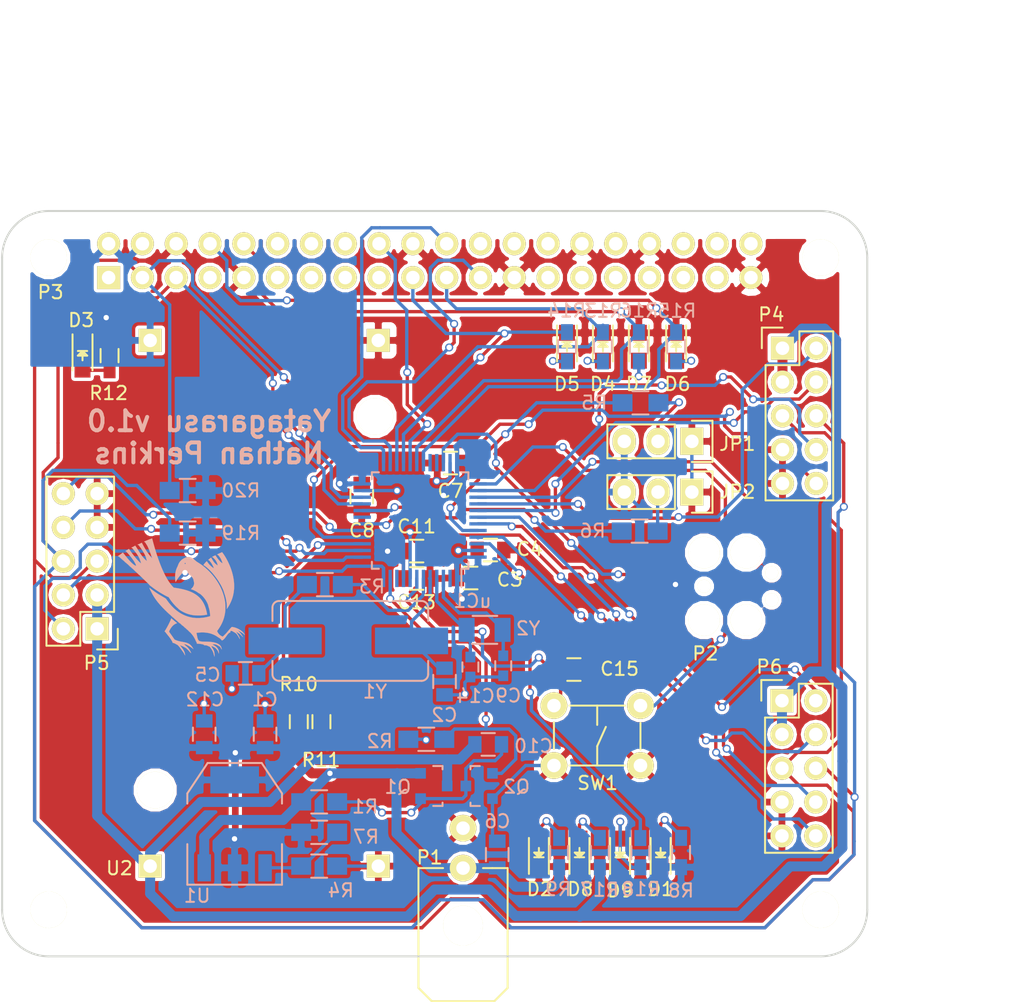
<source format=kicad_pcb>
(kicad_pcb (version 4) (host pcbnew 0.201603151217+6622~43~ubuntu15.10.1-product)
  (title_block (title Yatagarsu) (date 2016-03-16) (rev 1) (company EESS) (comment 1 "Last Reviewed: Nathan Perkins"))
  (layers (0 F.Cu signal) (31 B.Cu signal) (34 B.Paste user) (35 F.Paste user) (36 B.SilkS user) (37 F.SilkS user) (38 B.Mask user) (39 F.Mask user) (44 Edge.Cuts user))
  (net 0 "")
  (net 1 +12V)
  (net 2 GND)
  (net 3 /3V3)
  (net 4 /OSC_IN)
  (net 5 /OSC32_IN)
  (net 6 /Buck_In)
  (net 7 /OSC32_OUT)
  (net 8 /NRST)
  (net 9 "Net-(D1-Pad2)")
  (net 10 "Net-(D2-Pad2)")
  (net 11 "Net-(D3-Pad2)")
  (net 12 "Net-(D4-Pad2)")
  (net 13 "Net-(D5-Pad2)")
  (net 14 "Net-(D6-Pad2)")
  (net 15 "Net-(D7-Pad2)")
  (net 16 "Net-(D8-Pad2)")
  (net 17 "Net-(D9-Pad2)")
  (net 18 "Net-(JP1-Pad2)")
  (net 19 "Net-(JP2-Pad2)")
  (net 20 /SWDIO)
  (net 21 /SWCLK)
  (net 22 /SWO)
  (net 23 /USART_CLK)
  (net 24 /USART_RX)
  (net 25 /USART_TX)
  (net 26 /SPI_SS)
  (net 27 /SPI_CLK)
  (net 28 /SPI_MOSI)
  (net 29 /SPI_MISO)
  (net 30 /I2C_SCL)
  (net 31 /I2C_SDA)
  (net 32 /5V)
  (net 33 /S_IO2)
  (net 34 /S_IO3)
  (net 35 /S_IO5)
  (net 36 /Step_PWM_1)
  (net 37 /Direction_1)
  (net 38 /nFault_1)
  (net 39 /ResSleep_1)
  (net 40 /Step_PWM_2)
  (net 41 /Direction_2)
  (net 42 /nFault_2)
  (net 43 /ResSleep_2)
  (net 44 /Step_PWM_3)
  (net 45 /Direction_3)
  (net 46 /nFault_3)
  (net 47 /ResSleep_3)
  (net 48 /Power_Control)
  (net 49 /BOOT0)
  (net 50 /BOOT1)
  (net 51 /OSC_OUT)
  (net 52 /Battery_Check)
  (net 53 /LowBat)
  (net 54 "Net-(uC1-Pad2)")
  (net 55 "Net-(uC1-Pad10)")
  (net 56 "Net-(uC1-Pad19)")
  (net 57 "Net-(uC1-Pad32)")
  (net 58 "Net-(uC1-Pad33)")
  (net 59 "Net-(C5-Pad1)")
  (net 60 "Net-(C10-Pad2)")
  (net 61 "Net-(P3-Pad1)")
  (net 62 "Net-(P3-Pad7)")
  (net 63 "Net-(P3-Pad11)")
  (net 64 "Net-(P3-Pad13)")
  (net 65 "Net-(P3-Pad15)")
  (net 66 "Net-(P3-Pad17)")
  (net 67 "Net-(P3-Pad24)")
  (net 68 "Net-(P3-Pad26)")
  (net 69 "Net-(P3-Pad27)")
  (net 70 "Net-(P3-Pad28)")
  (net 71 "Net-(P3-Pad29)")
  (net 72 "Net-(P3-Pad31)")
  (net 73 "Net-(P3-Pad32)")
  (net 74 "Net-(P3-Pad33)")
  (net 75 "Net-(P3-Pad35)")
  (net 76 "Net-(P3-Pad36)")
  (net 77 "Net-(P3-Pad37)")
  (net 78 "Net-(P3-Pad38)")
  (net 79 "Net-(P3-Pad40)")
  (net 80 "Net-(R4-Pad1)")
  (module NPFootprints:Raspberry_Pi_A+ (layer F.Cu) (at 60.96 88.9)
    (fp_text reference P3 (at 0.14 2.6) (layer F.SilkS))
    (fp_text value "Raspberry Pi A+ Connectors")
    (pad "" np_thru_hole circle (at 0 0) (size 2.75 2.75) (drill 2.75) (layers *.Cu *.Mask F.SilkS))
    (pad "" np_thru_hole circle (at 58 0) (size 2.75 2.75) (drill 2.75) (layers *.Cu *.Mask F.SilkS))
    (pad "" np_thru_hole circle (at 0 49) (size 2.75 2.75) (drill 2.75) (layers *.Cu *.Mask F.SilkS))
    (pad "" np_thru_hole circle (at 58 49) (size 2.75 2.75) (drill 2.75) (layers *.Cu *.Mask F.SilkS))
    (pad 1 thru_hole rect (at 4.5 1.5) (size 1.7272 1.7272) (drill 1.016) (layers *.Cu *.Mask F.SilkS) (net 61 "Net-(P3-Pad1)"))
    (pad 2 thru_hole circle (at 4.5 -1.04) (size 1.7272 1.7272) (drill 1.016) (layers *.Cu *.Mask F.SilkS) (net 32 /5V))
    (pad 3 thru_hole circle (at 7.04 1.5) (size 1.7272 1.7272) (drill 1.016) (layers *.Cu *.Mask F.SilkS) (net 31 /I2C_SDA))
    (pad 4 thru_hole circle (at 7.04 -1.04) (size 1.7272 1.7272) (drill 1.016) (layers *.Cu *.Mask F.SilkS) (net 32 /5V))
    (pad 5 thru_hole circle (at 9.58 1.5) (size 1.7272 1.7272) (drill 1.016) (layers *.Cu *.Mask F.SilkS) (net 30 /I2C_SCL))
    (pad 6 thru_hole circle (at 9.58 -1.04) (size 1.7272 1.7272) (drill 1.016) (layers *.Cu *.Mask F.SilkS) (net 2 GND))
    (pad 7 thru_hole circle (at 12.12 1.5) (size 1.7272 1.7272) (drill 1.016) (layers *.Cu *.Mask F.SilkS) (net 62 "Net-(P3-Pad7)"))
    (pad 8 thru_hole circle (at 12.12 -1.04) (size 1.7272 1.7272) (drill 1.016) (layers *.Cu *.Mask F.SilkS) (net 25 /USART_TX))
    (pad 9 thru_hole circle (at 14.66 1.5) (size 1.7272 1.7272) (drill 1.016) (layers *.Cu *.Mask F.SilkS) (net 2 GND))
    (pad 10 thru_hole circle (at 14.66 -1.04) (size 1.7272 1.7272) (drill 1.016) (layers *.Cu *.Mask F.SilkS) (net 24 /USART_RX))
    (pad 11 thru_hole circle (at 17.2 1.5) (size 1.7272 1.7272) (drill 1.016) (layers *.Cu *.Mask F.SilkS) (net 63 "Net-(P3-Pad11)"))
    (pad 12 thru_hole circle (at 17.2 -1.04) (size 1.7272 1.7272) (drill 1.016) (layers *.Cu *.Mask F.SilkS) (net 33 /S_IO2))
    (pad 13 thru_hole circle (at 19.74 1.5) (size 1.7272 1.7272) (drill 1.016) (layers *.Cu *.Mask F.SilkS) (net 64 "Net-(P3-Pad13)"))
    (pad 14 thru_hole circle (at 19.74 -1.04) (size 1.7272 1.7272) (drill 1.016) (layers *.Cu *.Mask F.SilkS) (net 34 /S_IO3))
    (pad 15 thru_hole circle (at 22.28 1.5) (size 1.7272 1.7272) (drill 1.016) (layers *.Cu *.Mask F.SilkS) (net 65 "Net-(P3-Pad15)"))
    (pad 16 thru_hole circle (at 22.28 -1.04) (size 1.7272 1.7272) (drill 1.016) (layers *.Cu *.Mask F.SilkS) (net 35 /S_IO5))
    (pad 17 thru_hole circle (at 24.82 1.5) (size 1.7272 1.7272) (drill 1.016) (layers *.Cu *.Mask F.SilkS) (net 66 "Net-(P3-Pad17)"))
    (pad 18 thru_hole circle (at 24.82 -1.04) (size 1.7272 1.7272) (drill 1.016) (layers *.Cu *.Mask F.SilkS) (net 23 /USART_CLK))
    (pad 19 thru_hole circle (at 27.36 1.5) (size 1.7272 1.7272) (drill 1.016) (layers *.Cu *.Mask F.SilkS) (net 28 /SPI_MOSI))
    (pad 20 thru_hole circle (at 27.36 -1.04) (size 1.7272 1.7272) (drill 1.016) (layers *.Cu *.Mask F.SilkS) (net 2 GND))
    (pad 21 thru_hole circle (at 29.9 1.5) (size 1.7272 1.7272) (drill 1.016) (layers *.Cu *.Mask F.SilkS) (net 29 /SPI_MISO))
    (pad 22 thru_hole circle (at 29.9 -1.04) (size 1.7272 1.7272) (drill 1.016) (layers *.Cu *.Mask F.SilkS) (net 26 /SPI_SS))
    (pad 23 thru_hole circle (at 32.44 1.5) (size 1.7272 1.7272) (drill 1.016) (layers *.Cu *.Mask F.SilkS) (net 27 /SPI_CLK))
    (pad 24 thru_hole circle (at 32.44 -1.04) (size 1.7272 1.7272) (drill 1.016) (layers *.Cu *.Mask F.SilkS) (net 67 "Net-(P3-Pad24)"))
    (pad 25 thru_hole circle (at 34.98 1.5) (size 1.7272 1.7272) (drill 1.016) (layers *.Cu *.Mask F.SilkS) (net 2 GND))
    (pad 26 thru_hole circle (at 34.98 -1.04) (size 1.7272 1.7272) (drill 1.016) (layers *.Cu *.Mask F.SilkS) (net 68 "Net-(P3-Pad26)"))
    (pad 27 thru_hole circle (at 37.52 1.5) (size 1.7272 1.7272) (drill 1.016) (layers *.Cu *.Mask F.SilkS) (net 69 "Net-(P3-Pad27)"))
    (pad 28 thru_hole circle (at 37.52 -1.04) (size 1.7272 1.7272) (drill 1.016) (layers *.Cu *.Mask F.SilkS) (net 70 "Net-(P3-Pad28)"))
    (pad 29 thru_hole circle (at 40.06 1.5) (size 1.7272 1.7272) (drill 1.016) (layers *.Cu *.Mask F.SilkS) (net 71 "Net-(P3-Pad29)"))
    (pad 30 thru_hole circle (at 40.06 -1.04) (size 1.7272 1.7272) (drill 1.016) (layers *.Cu *.Mask F.SilkS) (net 2 GND))
    (pad 31 thru_hole circle (at 42.6 1.5) (size 1.7272 1.7272) (drill 1.016) (layers *.Cu *.Mask F.SilkS) (net 72 "Net-(P3-Pad31)"))
    (pad 32 thru_hole circle (at 42.6 -1.04) (size 1.7272 1.7272) (drill 1.016) (layers *.Cu *.Mask F.SilkS) (net 73 "Net-(P3-Pad32)"))
    (pad 33 thru_hole circle (at 45.14 1.5) (size 1.7272 1.7272) (drill 1.016) (layers *.Cu *.Mask F.SilkS) (net 74 "Net-(P3-Pad33)"))
    (pad 34 thru_hole circle (at 45.14 -1.04) (size 1.7272 1.7272) (drill 1.016) (layers *.Cu *.Mask F.SilkS) (net 2 GND))
    (pad 35 thru_hole circle (at 47.68 1.5) (size 1.7272 1.7272) (drill 1.016) (layers *.Cu *.Mask F.SilkS) (net 75 "Net-(P3-Pad35)"))
    (pad 36 thru_hole circle (at 47.68 -1.04) (size 1.7272 1.7272) (drill 1.016) (layers *.Cu *.Mask F.SilkS) (net 76 "Net-(P3-Pad36)"))
    (pad 37 thru_hole circle (at 50.22 1.5) (size 1.7272 1.7272) (drill 1.016) (layers *.Cu *.Mask F.SilkS) (net 77 "Net-(P3-Pad37)"))
    (pad 38 thru_hole circle (at 50.22 -1.04) (size 1.7272 1.7272) (drill 1.016) (layers *.Cu *.Mask F.SilkS) (net 78 "Net-(P3-Pad38)"))
    (pad 39 thru_hole circle (at 52.76 1.5) (size 1.7272 1.7272) (drill 1.016) (layers *.Cu *.Mask F.SilkS) (net 2 GND))
    (pad 40 thru_hole circle (at 52.76 -1.04) (size 1.7272 1.7272) (drill 1.016) (layers *.Cu *.Mask F.SilkS) (net 79 "Net-(P3-Pad40)"))
  )
  (module Capacitors_SMD:C_0805 (layer B.Cu) (at 94.66 133.75 90)
    (fp_text reference C6 (at 2.5 0.01 180) (layer B.SilkS) (effects (justify mirror)))
    (fp_text value 1uF)
    (pad 1 smd rect (at -1 0 90) (size 1 1.25) (layers B.Cu B.Paste B.Mask) (net 1 +12V))
    (pad 2 smd rect (at 1 0 90) (size 1 1.25) (layers B.Cu B.Paste B.Mask) (net 2 GND))
  )
  (module Capacitors_SMD:C_0805 (layer B.Cu) (at 72.644 124.714 90)
    (fp_text reference C12 (at 2.614 0.056 180) (layer B.SilkS) (effects (justify mirror)))
    (fp_text value 1uF)
    (pad 1 smd rect (at -1 0 90) (size 1 1.25) (layers B.Cu B.Paste B.Mask) (net 3 /3V3))
    (pad 2 smd rect (at 1 0 90) (size 1 1.25) (layers B.Cu B.Paste B.Mask) (net 2 GND))
  )
  (module Capacitors_SMD:C_0805 (layer B.Cu) (at 77.216 124.714 90)
    (fp_text reference C1 (at 2.614 -0.016 180) (layer B.SilkS) (effects (justify mirror)))
    (fp_text value 100nF)
    (pad 1 smd rect (at -1 0 90) (size 1 1.25) (layers B.Cu B.Paste B.Mask) (net 3 /3V3))
    (pad 2 smd rect (at 1 0 90) (size 1 1.25) (layers B.Cu B.Paste B.Mask) (net 2 GND))
  )
  (module Capacitors_SMD:C_0805 (layer B.Cu) (at 90.7 120.75 270)
    (fp_text reference C2 (at 2.52 0.01 360) (layer B.SilkS) (effects (justify mirror)))
    (fp_text value 22pF)
    (pad 1 smd rect (at -1 0 270) (size 1 1.25) (layers B.Cu B.Paste B.Mask) (net 4 /OSC_IN))
    (pad 2 smd rect (at 1 0 270) (size 1 1.25) (layers B.Cu B.Paste B.Mask) (net 2 GND))
  )
  (module Capacitors_SMD:C_0805 (layer F.Cu) (at 92.675 112.973 180)
    (fp_text reference C3 (at -2.925 -0.127 180) (layer F.SilkS))
    (fp_text value 100nF)
    (pad 1 smd rect (at -1 0 180) (size 1 1.25) (layers F.Cu F.Paste F.Mask) (net 3 /3V3))
    (pad 2 smd rect (at 1 0 180) (size 1 1.25) (layers F.Cu F.Paste F.Mask) (net 2 GND))
  )
  (module Capacitors_SMD:C_0805 (layer F.Cu) (at 94.15 110.87)
    (fp_text reference C4 (at 2.95 -0.07) (layer F.SilkS))
    (fp_text value 100nF)
    (pad 1 smd rect (at -1 0) (size 1 1.25) (layers F.Cu F.Paste F.Mask) (net 3 /3V3))
    (pad 2 smd rect (at 1 0) (size 1 1.25) (layers F.Cu F.Paste F.Mask) (net 2 GND))
  )
  (module Capacitors_SMD:C_0805 (layer B.Cu) (at 75.74 120.14 180)
    (fp_text reference C5 (at 2.84 -0.11 180) (layer B.SilkS) (effects (justify mirror)))
    (fp_text value 22pF)
    (pad 1 smd rect (at -1 0 180) (size 1 1.25) (layers B.Cu B.Paste B.Mask) (net 59 "Net-(C5-Pad1)"))
    (pad 2 smd rect (at 1 0 180) (size 1 1.25) (layers B.Cu B.Paste B.Mask) (net 2 GND))
  )
  (module Capacitors_SMD:C_0805 (layer F.Cu) (at 91.151 104.337 180)
    (fp_text reference C7 (at 0 -2.1 180) (layer F.SilkS))
    (fp_text value 100nF)
    (pad 1 smd rect (at -1 0 180) (size 1 1.25) (layers F.Cu F.Paste F.Mask) (net 3 /3V3))
    (pad 2 smd rect (at 1 0 180) (size 1 1.25) (layers F.Cu F.Paste F.Mask) (net 2 GND))
  )
  (module Capacitors_SMD:C_0805 (layer F.Cu) (at 84.48 106.86 270)
    (fp_text reference C8 (at 2.54 -0.02 360) (layer F.SilkS))
    (fp_text value 10uF)
    (pad 1 smd rect (at -1 0 270) (size 1 1.25) (layers F.Cu F.Paste F.Mask) (net 3 /3V3))
    (pad 2 smd rect (at 1 0 270) (size 1 1.25) (layers F.Cu F.Paste F.Mask) (net 2 GND))
  )
  (module Capacitors_SMD:C_0805 (layer B.Cu) (at 93.98 125.476)
    (fp_text reference C10 (at 3.41 0.124) (layer B.SilkS) (effects (justify mirror)))
    (fp_text value 1nF)
    (pad 1 smd rect (at -1 0) (size 1 1.25) (layers B.Cu B.Paste B.Mask) (net 6 /Buck_In))
    (pad 2 smd rect (at 1 0) (size 1 1.25) (layers B.Cu B.Paste B.Mask) (net 60 "Net-(C10-Pad2)"))
  )
  (module Capacitors_SMD:C_0805 (layer F.Cu) (at 88.61 110.95)
    (fp_text reference C11 (at -0.01 -1.85) (layer F.SilkS))
    (fp_text value 100nF)
    (pad 1 smd rect (at -1 0) (size 1 1.25) (layers F.Cu F.Paste F.Mask) (net 3 /3V3))
    (pad 2 smd rect (at 1 0) (size 1 1.25) (layers F.Cu F.Paste F.Mask) (net 2 GND))
  )
  (module Capacitors_SMD:C_0805 (layer F.Cu) (at 88.61 113.01)
    (fp_text reference C13 (at -0.01 1.79) (layer F.SilkS))
    (fp_text value 1uF)
    (pad 1 smd rect (at -1 0) (size 1 1.25) (layers F.Cu F.Paste F.Mask) (net 3 /3V3))
    (pad 2 smd rect (at 1 0) (size 1 1.25) (layers F.Cu F.Paste F.Mask) (net 2 GND))
  )
  (module Capacitors_SMD:C_0805 (layer F.Cu) (at 100.42 119.85)
    (fp_text reference C15 (at 3.43 -0.05) (layer F.SilkS))
    (fp_text value 100nF)
    (pad 1 smd rect (at -1 0) (size 1 1.25) (layers F.Cu F.Paste F.Mask) (net 8 /NRST))
    (pad 2 smd rect (at 1 0) (size 1 1.25) (layers F.Cu F.Paste F.Mask) (net 2 GND))
  )
  (module LEDs:LED_0805 (layer F.Cu) (at 106.934 133.604 90)
    (fp_text reference D1 (at -2.746 0.016 180) (layer F.SilkS))
    (fp_text value LED)
    (pad 2 smd rect (at 1.04902 0 270) (size 1.19888 1.19888) (layers F.Cu F.Paste F.Mask) (net 9 "Net-(D1-Pad2)"))
    (pad 1 smd rect (at -1.04902 0 270) (size 1.19888 1.19888) (layers F.Cu F.Paste F.Mask) (net 2 GND))
  )
  (module LEDs:LED_0805 (layer F.Cu) (at 97.79 133.604 90)
    (fp_text reference D2 (at -2.746 0.06 180) (layer F.SilkS))
    (fp_text value LED)
    (pad 2 smd rect (at 1.04902 0 270) (size 1.19888 1.19888) (layers F.Cu F.Paste F.Mask) (net 10 "Net-(D2-Pad2)"))
    (pad 1 smd rect (at -1.04902 0 270) (size 1.19888 1.19888) (layers F.Cu F.Paste F.Mask) (net 2 GND))
  )
  (module LEDs:LED_0805 (layer F.Cu) (at 63.5 96.266 270)
    (fp_text reference D3 (at -2.666 0.1 360) (layer F.SilkS))
    (fp_text value LED)
    (pad 2 smd rect (at 1.04902 0 90) (size 1.19888 1.19888) (layers F.Cu F.Paste F.Mask) (net 11 "Net-(D3-Pad2)"))
    (pad 1 smd rect (at -1.04902 0 90) (size 1.19888 1.19888) (layers F.Cu F.Paste F.Mask) (net 2 GND))
  )
  (module LEDs:LED_0805 (layer F.Cu) (at 102.6 95.6 270)
    (fp_text reference D4 (at 2.8 0 360) (layer F.SilkS))
    (fp_text value LED)
    (pad 2 smd rect (at 1.04902 0 90) (size 1.19888 1.19888) (layers F.Cu F.Paste F.Mask) (net 12 "Net-(D4-Pad2)"))
    (pad 1 smd rect (at -1.04902 0 90) (size 1.19888 1.19888) (layers F.Cu F.Paste F.Mask) (net 2 GND))
  )
  (module LEDs:LED_0805 (layer F.Cu) (at 99.9 95.6 270)
    (fp_text reference D5 (at 2.8 0 360) (layer F.SilkS))
    (fp_text value LED)
    (pad 2 smd rect (at 1.04902 0 90) (size 1.19888 1.19888) (layers F.Cu F.Paste F.Mask) (net 13 "Net-(D5-Pad2)"))
    (pad 1 smd rect (at -1.04902 0 90) (size 1.19888 1.19888) (layers F.Cu F.Paste F.Mask) (net 2 GND))
  )
  (module LEDs:LED_0805 (layer F.Cu) (at 108.1 95.6 270)
    (fp_text reference D6 (at 2.8 -0.1 360) (layer F.SilkS))
    (fp_text value LED)
    (pad 2 smd rect (at 1.04902 0 90) (size 1.19888 1.19888) (layers F.Cu F.Paste F.Mask) (net 14 "Net-(D6-Pad2)"))
    (pad 1 smd rect (at -1.04902 0 90) (size 1.19888 1.19888) (layers F.Cu F.Paste F.Mask) (net 2 GND))
  )
  (module LEDs:LED_0805 (layer F.Cu) (at 105.3 95.6 270)
    (fp_text reference D7 (at 2.8 0 360) (layer F.SilkS))
    (fp_text value LED)
    (pad 2 smd rect (at 1.04902 0 90) (size 1.19888 1.19888) (layers F.Cu F.Paste F.Mask) (net 15 "Net-(D7-Pad2)"))
    (pad 1 smd rect (at -1.04902 0 90) (size 1.19888 1.19888) (layers F.Cu F.Paste F.Mask) (net 2 GND))
  )
  (module LEDs:LED_0805 (layer F.Cu) (at 100.838 133.604 90)
    (fp_text reference D8 (at -2.746 0.062 180) (layer F.SilkS))
    (fp_text value LED)
    (pad 2 smd rect (at 1.04902 0 270) (size 1.19888 1.19888) (layers F.Cu F.Paste F.Mask) (net 16 "Net-(D8-Pad2)"))
    (pad 1 smd rect (at -1.04902 0 270) (size 1.19888 1.19888) (layers F.Cu F.Paste F.Mask) (net 2 GND))
  )
  (module LEDs:LED_0805 (layer F.Cu) (at 103.886 133.604 90)
    (fp_text reference D9 (at -2.846 0.014 180) (layer F.SilkS))
    (fp_text value LED)
    (pad 2 smd rect (at 1.04902 0 270) (size 1.19888 1.19888) (layers F.Cu F.Paste F.Mask) (net 17 "Net-(D9-Pad2)"))
    (pad 1 smd rect (at -1.04902 0 270) (size 1.19888 1.19888) (layers F.Cu F.Paste F.Mask) (net 2 GND))
  )
  (module Pin_Headers:Pin_Header_Straight_1x03 (layer F.Cu) (at 109.282 102.706 270)
    (fp_text reference JP1 (at 0.194 -3.418 360) (layer F.SilkS))
    (fp_text value BOOT0)
    (pad 1 thru_hole rect (at 0 0 270) (size 2.032 1.7272) (drill 1.016) (layers *.Cu *.Mask F.SilkS) (net 2 GND))
    (pad 2 thru_hole oval (at 0 2.54 270) (size 2.032 1.7272) (drill 1.016) (layers *.Cu *.Mask F.SilkS) (net 18 "Net-(JP1-Pad2)"))
    (pad 3 thru_hole oval (at 0 5.08 270) (size 2.032 1.7272) (drill 1.016) (layers *.Cu *.Mask F.SilkS) (net 3 /3V3))
  )
  (module Pin_Headers:Pin_Header_Straight_1x03 (layer F.Cu) (at 109.282 106.516 270)
    (fp_text reference JP2 (at -0.016 -3.418 360) (layer F.SilkS))
    (fp_text value BOOT1)
    (pad 1 thru_hole rect (at 0 0 270) (size 2.032 1.7272) (drill 1.016) (layers *.Cu *.Mask F.SilkS) (net 2 GND))
    (pad 2 thru_hole oval (at 0 2.54 270) (size 2.032 1.7272) (drill 1.016) (layers *.Cu *.Mask F.SilkS) (net 19 "Net-(JP2-Pad2)"))
    (pad 3 thru_hole oval (at 0 5.08 270) (size 2.032 1.7272) (drill 1.016) (layers *.Cu *.Mask F.SilkS) (net 3 /3V3))
  )
  (module NPFootprints:Tag-Connect_6P_Leads (layer F.Cu) (at 110.2 113.6)
    (fp_text reference P2 (at 0.1 5.05) (layer F.SilkS))
    (fp_text value SWD)
    (pad "" np_thru_hole circle (at 0 0) (size 0.991 0.991) (drill 0.991) (layers *.Cu *.Mask F.SilkS))
    (pad 2 smd circle (at 1.27 -0.635) (size 0.787 0.787) (layers F.Cu F.Paste F.Mask) (net 20 /SWDIO))
    (pad 1 smd circle (at 1.27 0.635) (size 0.787 0.787) (layers F.Cu F.Paste F.Mask) (net 3 /3V3))
    (pad 4 smd circle (at 2.54 -0.635) (size 0.787 0.787) (layers F.Cu F.Paste F.Mask) (net 21 /SWCLK))
    (pad 3 smd circle (at 2.54 0.635) (size 0.787 0.787) (layers F.Cu F.Paste F.Mask) (net 8 /NRST))
    (pad 5 smd circle (at 3.81 0.635) (size 0.787 0.787) (layers F.Cu F.Paste F.Mask) (net 2 GND))
    (pad 6 smd circle (at 3.81 -0.635) (size 0.787 0.787) (layers F.Cu F.Paste F.Mask) (net 22 /SWO))
    (pad "" np_thru_hole circle (at 5.08 -1.016) (size 0.991 0.991) (drill 0.991) (layers *.Cu *.Mask F.SilkS))
    (pad "" np_thru_hole circle (at 5.08 1.016) (size 0.991 0.991) (drill 0.991) (layers *.Cu *.Mask F.SilkS))
    (pad "" np_thru_hole circle (at 0 -2.54) (size 2.375 2.375) (drill 2.375) (layers *.Cu *.Mask F.SilkS))
    (pad "" np_thru_hole circle (at 3.175 -2.54) (size 2.375 2.375) (drill 2.375) (layers *.Cu *.Mask F.SilkS))
    (pad "" np_thru_hole circle (at 0 2.54) (size 2.375 2.375) (drill 2.375) (layers *.Cu *.Mask F.SilkS))
    (pad "" np_thru_hole circle (at 3.175 2.54) (size 2.375 2.375) (drill 2.375) (layers *.Cu *.Mask F.SilkS))
  )
  (module TO_SOT_Packages_SMD:SOT-23 (layer B.Cu) (at 93.3 128.6 270)
    (fp_text reference Q1 (at 0.07 6.11 360) (layer B.SilkS) (effects (justify mirror)))
    (fp_text value 2N7002)
    (pad 1 smd rect (at -0.95 -1.00076 270) (size 0.8001 0.8001) (layers B.Cu B.Paste B.Mask) (net 48 /Power_Control))
    (pad 2 smd rect (at 0.95 -1.00076 270) (size 0.8001 0.8001) (layers B.Cu B.Paste B.Mask) (net 2 GND))
    (pad 3 smd rect (at 0 0.99822 270) (size 0.8001 0.8001) (layers B.Cu B.Paste B.Mask) (net 60 "Net-(C10-Pad2)"))
  )
  (module TO_SOT_Packages_SMD:SOT-23 (layer B.Cu) (at 89.9 128.6 90)
    (fp_text reference Q2 (at -0.05 6.21 180) (layer B.SilkS) (effects (justify mirror)))
    (fp_text value Si2343CDS)
    (pad 1 smd rect (at -0.95 -1.00076 90) (size 0.8001 0.8001) (layers B.Cu B.Paste B.Mask) (net 60 "Net-(C10-Pad2)"))
    (pad 2 smd rect (at 0.95 -1.00076 90) (size 0.8001 0.8001) (layers B.Cu B.Paste B.Mask) (net 1 +12V))
    (pad 3 smd rect (at 0 0.99822 90) (size 0.8001 0.8001) (layers B.Cu B.Paste B.Mask) (net 6 /Buck_In))
  )
  (module Resistors_SMD:R_0805_HandSoldering (layer B.Cu) (at 89.33 125.09 180)
    (fp_text reference R2 (at 3.5 -0.14 180) (layer B.SilkS) (effects (justify mirror)))
    (fp_text value 10K)
    (pad 1 smd rect (at -1.35 0 180) (size 1.5 1.3) (layers B.Cu B.Paste B.Mask) (net 48 /Power_Control))
    (pad 2 smd rect (at 1.35 0 180) (size 1.5 1.3) (layers B.Cu B.Paste B.Mask) (net 2 GND))
  )
  (module Resistors_SMD:R_0805_HandSoldering (layer B.Cu) (at 81.28 129.794)
    (fp_text reference R1 (at 3.45 0.356) (layer B.SilkS) (effects (justify mirror)))
    (fp_text value 10K)
    (pad 1 smd rect (at -1.35 0) (size 1.5 1.3) (layers B.Cu B.Paste B.Mask) (net 1 +12V))
    (pad 2 smd rect (at 1.35 0) (size 1.5 1.3) (layers B.Cu B.Paste B.Mask) (net 60 "Net-(C10-Pad2)"))
  )
  (module Resistors_SMD:R_0805_HandSoldering (layer B.Cu) (at 105.42 99.81 180)
    (fp_text reference R5 (at 3.47 0 180) (layer B.SilkS) (effects (justify mirror)))
    (fp_text value 10K)
    (pad 1 smd rect (at -1.35 0 180) (size 1.5 1.3) (layers B.Cu B.Paste B.Mask) (net 18 "Net-(JP1-Pad2)"))
    (pad 2 smd rect (at 1.35 0 180) (size 1.5 1.3) (layers B.Cu B.Paste B.Mask) (net 49 /BOOT0))
  )
  (module Resistors_SMD:R_0805_HandSoldering (layer B.Cu) (at 105.36 109.45 180)
    (fp_text reference R6 (at 3.535 0.025 180) (layer B.SilkS) (effects (justify mirror)))
    (fp_text value 10K)
    (pad 1 smd rect (at -1.35 0 180) (size 1.5 1.3) (layers B.Cu B.Paste B.Mask) (net 19 "Net-(JP2-Pad2)"))
    (pad 2 smd rect (at 1.35 0 180) (size 1.5 1.3) (layers B.Cu B.Paste B.Mask) (net 50 /BOOT1))
  )
  (module Resistors_SMD:R_0805_HandSoldering (layer B.Cu) (at 81.71 113.47 180)
    (fp_text reference R3 (at -3.54 -0.15 180) (layer B.SilkS) (effects (justify mirror)))
    (fp_text value 910)
    (pad 1 smd rect (at -1.35 0 180) (size 1.5 1.3) (layers B.Cu B.Paste B.Mask) (net 51 /OSC_OUT))
    (pad 2 smd rect (at 1.35 0 180) (size 1.5 1.3) (layers B.Cu B.Paste B.Mask) (net 59 "Net-(C5-Pad1)"))
  )
  (module Resistors_SMD:R_0805_HandSoldering (layer B.Cu) (at 71.4 106.4 180)
    (fp_text reference R20 (at -4 0 180) (layer B.SilkS) (effects (justify mirror)))
    (fp_text value R_I2C)
    (pad 1 smd rect (at -1.35 0 180) (size 1.5 1.3) (layers B.Cu B.Paste B.Mask) (net 3 /3V3))
    (pad 2 smd rect (at 1.35 0 180) (size 1.5 1.3) (layers B.Cu B.Paste B.Mask) (net 31 /I2C_SDA))
  )
  (module Resistors_SMD:R_0805_HandSoldering (layer B.Cu) (at 71.4 109.6 180)
    (fp_text reference R19 (at -4 0 180) (layer B.SilkS) (effects (justify mirror)))
    (fp_text value R_I2C)
    (pad 1 smd rect (at -1.35 0 180) (size 1.5 1.3) (layers B.Cu B.Paste B.Mask) (net 3 /3V3))
    (pad 2 smd rect (at 1.35 0 180) (size 1.5 1.3) (layers B.Cu B.Paste B.Mask) (net 30 /I2C_SCL))
  )
  (module NPFootprints:Seeedstudio_5V_Buck (layer F.Cu) (at 68.58 134.62 90)
    (fp_text reference U2 (at -0.16 -2.31 180) (layer F.SilkS))
    (fp_text value Seeedstudio_Buck_5v)
    (pad 1 thru_hole rect (at 0 0 90) (size 1.7272 1.7272) (drill 1.016) (layers *.Cu *.Mask F.SilkS) (net 6 /Buck_In))
    (pad "" np_thru_hole circle (at 5.715 0.381 90) (size 2.75 2.75) (drill 2.75) (layers *.Cu *.Mask F.SilkS))
    (pad "" np_thru_hole circle (at 33.782 16.891 90) (size 2.75 2.75) (drill 2.75) (layers *.Cu *.Mask F.SilkS))
    (pad 2 thru_hole rect (at 0 17.145 90) (size 1.7272 1.7272) (drill 1.016) (layers *.Cu *.Mask F.SilkS) (net 2 GND))
    (pad 3 thru_hole rect (at 39.497 0 90) (size 1.7272 1.7272) (drill 1.016) (layers *.Cu *.Mask F.SilkS) (net 32 /5V))
    (pad 4 thru_hole rect (at 39.497 17.145 90) (size 1.7272 1.7272) (drill 1.016) (layers *.Cu *.Mask F.SilkS) (net 2 GND))
  )
  (module Housings_QFP:LQFP-48_7x7mm_Pitch0.5mm (layer B.Cu) (at 88.865 108.655 90)
    (fp_text reference uC1 (at -6.045 3.935 180) (layer B.SilkS) (effects (justify mirror)))
    (fp_text value STM32F103CBT6)
    (pad 1 smd rect (at -4.35 2.75 90) (size 1.3 0.25) (layers B.Cu B.Paste B.Mask) (net 3 /3V3))
    (pad 2 smd rect (at -4.35 2.25 90) (size 1.3 0.25) (layers B.Cu B.Paste B.Mask) (net 54 "Net-(uC1-Pad2)"))
    (pad 3 smd rect (at -4.35 1.75 90) (size 1.3 0.25) (layers B.Cu B.Paste B.Mask) (net 5 /OSC32_IN))
    (pad 4 smd rect (at -4.35 1.25 90) (size 1.3 0.25) (layers B.Cu B.Paste B.Mask) (net 7 /OSC32_OUT))
    (pad 5 smd rect (at -4.35 0.75 90) (size 1.3 0.25) (layers B.Cu B.Paste B.Mask) (net 4 /OSC_IN))
    (pad 6 smd rect (at -4.35 0.25 90) (size 1.3 0.25) (layers B.Cu B.Paste B.Mask) (net 51 /OSC_OUT))
    (pad 7 smd rect (at -4.35 -0.25 90) (size 1.3 0.25) (layers B.Cu B.Paste B.Mask) (net 8 /NRST))
    (pad 8 smd rect (at -4.35 -0.75 90) (size 1.3 0.25) (layers B.Cu B.Paste B.Mask) (net 2 GND))
    (pad 9 smd rect (at -4.35 -1.25 90) (size 1.3 0.25) (layers B.Cu B.Paste B.Mask) (net 3 /3V3))
    (pad 10 smd rect (at -4.35 -1.75 90) (size 1.3 0.25) (layers B.Cu B.Paste B.Mask) (net 55 "Net-(uC1-Pad10)"))
    (pad 11 smd rect (at -4.35 -2.25 90) (size 1.3 0.25) (layers B.Cu B.Paste B.Mask) (net 48 /Power_Control))
    (pad 12 smd rect (at -4.35 -2.75 90) (size 1.3 0.25) (layers B.Cu B.Paste B.Mask) (net 42 /nFault_2))
    (pad 13 smd rect (at -2.75 -4.35) (size 1.3 0.25) (layers B.Cu B.Paste B.Mask) (net 41 /Direction_2))
    (pad 14 smd rect (at -2.25 -4.35) (size 1.3 0.25) (layers B.Cu B.Paste B.Mask) (net 43 /ResSleep_2))
    (pad 15 smd rect (at -1.75 -4.35) (size 1.3 0.25) (layers B.Cu B.Paste B.Mask) (net 52 /Battery_Check))
    (pad 16 smd rect (at -1.25 -4.35) (size 1.3 0.25) (layers B.Cu B.Paste B.Mask) (net 36 /Step_PWM_1))
    (pad 17 smd rect (at -0.75 -4.35) (size 1.3 0.25) (layers B.Cu B.Paste B.Mask) (net 40 /Step_PWM_2))
    (pad 18 smd rect (at -0.25 -4.35) (size 1.3 0.25) (layers B.Cu B.Paste B.Mask) (net 44 /Step_PWM_3))
    (pad 19 smd rect (at 0.25 -4.35) (size 1.3 0.25) (layers B.Cu B.Paste B.Mask) (net 56 "Net-(uC1-Pad19)"))
    (pad 20 smd rect (at 0.75 -4.35) (size 1.3 0.25) (layers B.Cu B.Paste B.Mask) (net 50 /BOOT1))
    (pad 21 smd rect (at 1.25 -4.35) (size 1.3 0.25) (layers B.Cu B.Paste B.Mask) (net 30 /I2C_SCL))
    (pad 22 smd rect (at 1.75 -4.35) (size 1.3 0.25) (layers B.Cu B.Paste B.Mask) (net 31 /I2C_SDA))
    (pad 23 smd rect (at 2.25 -4.35) (size 1.3 0.25) (layers B.Cu B.Paste B.Mask) (net 2 GND))
    (pad 24 smd rect (at 2.75 -4.35) (size 1.3 0.25) (layers B.Cu B.Paste B.Mask) (net 3 /3V3))
    (pad 25 smd rect (at 4.35 -2.75 90) (size 1.3 0.25) (layers B.Cu B.Paste B.Mask) (net 26 /SPI_SS))
    (pad 26 smd rect (at 4.35 -2.25 90) (size 1.3 0.25) (layers B.Cu B.Paste B.Mask) (net 27 /SPI_CLK))
    (pad 27 smd rect (at 4.35 -1.75 90) (size 1.3 0.25) (layers B.Cu B.Paste B.Mask) (net 29 /SPI_MISO))
    (pad 28 smd rect (at 4.35 -1.25 90) (size 1.3 0.25) (layers B.Cu B.Paste B.Mask) (net 28 /SPI_MOSI))
    (pad 29 smd rect (at 4.35 -0.75 90) (size 1.3 0.25) (layers B.Cu B.Paste B.Mask) (net 23 /USART_CLK))
    (pad 30 smd rect (at 4.35 -0.25 90) (size 1.3 0.25) (layers B.Cu B.Paste B.Mask) (net 24 /USART_RX))
    (pad 31 smd rect (at 4.35 0.25 90) (size 1.3 0.25) (layers B.Cu B.Paste B.Mask) (net 25 /USART_TX))
    (pad 32 smd rect (at 4.35 0.75 90) (size 1.3 0.25) (layers B.Cu B.Paste B.Mask) (net 57 "Net-(uC1-Pad32)"))
    (pad 33 smd rect (at 4.35 1.25 90) (size 1.3 0.25) (layers B.Cu B.Paste B.Mask) (net 58 "Net-(uC1-Pad33)"))
    (pad 34 smd rect (at 4.35 1.75 90) (size 1.3 0.25) (layers B.Cu B.Paste B.Mask) (net 20 /SWDIO))
    (pad 35 smd rect (at 4.35 2.25 90) (size 1.3 0.25) (layers B.Cu B.Paste B.Mask) (net 2 GND))
    (pad 36 smd rect (at 4.35 2.75 90) (size 1.3 0.25) (layers B.Cu B.Paste B.Mask) (net 3 /3V3))
    (pad 37 smd rect (at 2.75 4.35) (size 1.3 0.25) (layers B.Cu B.Paste B.Mask) (net 21 /SWCLK))
    (pad 38 smd rect (at 2.25 4.35) (size 1.3 0.25) (layers B.Cu B.Paste B.Mask) (net 37 /Direction_1))
    (pad 39 smd rect (at 1.75 4.35) (size 1.3 0.25) (layers B.Cu B.Paste B.Mask) (net 22 /SWO))
    (pad 40 smd rect (at 1.25 4.35) (size 1.3 0.25) (layers B.Cu B.Paste B.Mask) (net 39 /ResSleep_1))
    (pad 41 smd rect (at 0.75 4.35) (size 1.3 0.25) (layers B.Cu B.Paste B.Mask) (net 38 /nFault_1))
    (pad 42 smd rect (at 0.25 4.35) (size 1.3 0.25) (layers B.Cu B.Paste B.Mask) (net 45 /Direction_3))
    (pad 43 smd rect (at -0.25 4.35) (size 1.3 0.25) (layers B.Cu B.Paste B.Mask) (net 47 /ResSleep_3))
    (pad 44 smd rect (at -0.75 4.35) (size 1.3 0.25) (layers B.Cu B.Paste B.Mask) (net 49 /BOOT0))
    (pad 45 smd rect (at -1.25 4.35) (size 1.3 0.25) (layers B.Cu B.Paste B.Mask) (net 46 /nFault_3))
    (pad 46 smd rect (at -1.75 4.35) (size 1.3 0.25) (layers B.Cu B.Paste B.Mask) (net 53 /LowBat))
    (pad 47 smd rect (at -2.25 4.35) (size 1.3 0.25) (layers B.Cu B.Paste B.Mask) (net 2 GND))
    (pad 48 smd rect (at -2.75 4.35) (size 1.3 0.25) (layers B.Cu B.Paste B.Mask) (net 3 /3V3))
  )
  (module Resistors_SMD:R_0805_HandSoldering (layer B.Cu) (at 81.28 132.08)
    (fp_text reference R7 (at 3.52 0.34) (layer B.SilkS) (effects (justify mirror)))
    (fp_text value 240)
    (pad 1 smd rect (at -1.35 0) (size 1.5 1.3) (layers B.Cu B.Paste B.Mask) (net 3 /3V3))
    (pad 2 smd rect (at 1.35 0) (size 1.5 1.3) (layers B.Cu B.Paste B.Mask) (net 80 "Net-(R4-Pad1)"))
  )
  (module Resistors_SMD:R_0805_HandSoldering (layer B.Cu) (at 81.28 134.62)
    (fp_text reference R4 (at 1.63 1.83) (layer B.SilkS) (effects (justify mirror)))
    (fp_text value 390)
    (pad 1 smd rect (at -1.35 0) (size 1.5 1.3) (layers B.Cu B.Paste B.Mask) (net 80 "Net-(R4-Pad1)"))
    (pad 2 smd rect (at 1.35 0) (size 1.5 1.3) (layers B.Cu B.Paste B.Mask) (net 2 GND))
  )
  (module TO_SOT_Packages_SMD:SOT-223 (layer B.Cu) (at 74.93 131.445 180)
    (fp_text reference U1 (at 2.82 -5.405 180) (layer B.SilkS) (effects (justify mirror)))
    (fp_text value LM317)
    (pad 4 smd rect (at 0 3.302 180) (size 3.6576 2.032) (layers B.Cu B.Paste B.Mask) (net 3 /3V3))
    (pad 2 smd rect (at 0 -3.302 180) (size 1.016 2.032) (layers B.Cu B.Paste B.Mask) (net 3 /3V3))
    (pad 3 smd rect (at 2.286 -3.302 180) (size 1.016 2.032) (layers B.Cu B.Paste B.Mask) (net 1 +12V))
    (pad 1 smd rect (at -2.286 -3.302 180) (size 1.016 2.032) (layers B.Cu B.Paste B.Mask) (net 80 "Net-(R4-Pad1)"))
  )
  (module Pin_Headers:Pin_Header_Straight_2x05 (layer F.Cu) (at 116.09 95.71)
    (fp_text reference P4 (at -0.84 -2.53) (layer F.SilkS))
    (fp_text value Harwin-10P)
    (pad 1 thru_hole rect (at 0 0) (size 1.7272 1.7272) (drill 1.016) (layers *.Cu *.Mask F.SilkS) (net 6 /Buck_In))
    (pad 2 thru_hole oval (at 2.54 0) (size 1.7272 1.7272) (drill 1.016) (layers *.Cu *.Mask F.SilkS) (net 39 /ResSleep_1))
    (pad 3 thru_hole oval (at 0 2.54) (size 1.7272 1.7272) (drill 1.016) (layers *.Cu *.Mask F.SilkS) (net 6 /Buck_In))
    (pad 4 thru_hole oval (at 2.54 2.54) (size 1.7272 1.7272) (drill 1.016) (layers *.Cu *.Mask F.SilkS) (net 38 /nFault_1))
    (pad 5 thru_hole oval (at 0 5.08) (size 1.7272 1.7272) (drill 1.016) (layers *.Cu *.Mask F.SilkS) (net 31 /I2C_SDA))
    (pad 6 thru_hole oval (at 2.54 5.08) (size 1.7272 1.7272) (drill 1.016) (layers *.Cu *.Mask F.SilkS) (net 30 /I2C_SCL))
    (pad 7 thru_hole oval (at 0 7.62) (size 1.7272 1.7272) (drill 1.016) (layers *.Cu *.Mask F.SilkS) (net 2 GND))
    (pad 8 thru_hole oval (at 2.54 7.62) (size 1.7272 1.7272) (drill 1.016) (layers *.Cu *.Mask F.SilkS) (net 37 /Direction_1))
    (pad 9 thru_hole oval (at 0 10.16) (size 1.7272 1.7272) (drill 1.016) (layers *.Cu *.Mask F.SilkS) (net 2 GND))
    (pad 10 thru_hole oval (at 2.54 10.16) (size 1.7272 1.7272) (drill 1.016) (layers *.Cu *.Mask F.SilkS) (net 36 /Step_PWM_1))
  )
  (module Pin_Headers:Pin_Header_Straight_2x05 (layer F.Cu) (at 64.6 116.79 180)
    (fp_text reference P5 (at 0.04 -2.57 180) (layer F.SilkS))
    (fp_text value Harwin-10P)
    (pad 1 thru_hole rect (at 0 0 180) (size 1.7272 1.7272) (drill 1.016) (layers *.Cu *.Mask F.SilkS) (net 6 /Buck_In))
    (pad 2 thru_hole oval (at 2.54 0 180) (size 1.7272 1.7272) (drill 1.016) (layers *.Cu *.Mask F.SilkS) (net 43 /ResSleep_2))
    (pad 3 thru_hole oval (at 0 2.54 180) (size 1.7272 1.7272) (drill 1.016) (layers *.Cu *.Mask F.SilkS) (net 6 /Buck_In))
    (pad 4 thru_hole oval (at 2.54 2.54 180) (size 1.7272 1.7272) (drill 1.016) (layers *.Cu *.Mask F.SilkS) (net 42 /nFault_2))
    (pad 5 thru_hole oval (at 0 5.08 180) (size 1.7272 1.7272) (drill 1.016) (layers *.Cu *.Mask F.SilkS) (net 31 /I2C_SDA))
    (pad 6 thru_hole oval (at 2.54 5.08 180) (size 1.7272 1.7272) (drill 1.016) (layers *.Cu *.Mask F.SilkS) (net 30 /I2C_SCL))
    (pad 7 thru_hole oval (at 0 7.62 180) (size 1.7272 1.7272) (drill 1.016) (layers *.Cu *.Mask F.SilkS) (net 2 GND))
    (pad 8 thru_hole oval (at 2.54 7.62 180) (size 1.7272 1.7272) (drill 1.016) (layers *.Cu *.Mask F.SilkS) (net 41 /Direction_2))
    (pad 9 thru_hole oval (at 0 10.16 180) (size 1.7272 1.7272) (drill 1.016) (layers *.Cu *.Mask F.SilkS) (net 2 GND))
    (pad 10 thru_hole oval (at 2.54 10.16 180) (size 1.7272 1.7272) (drill 1.016) (layers *.Cu *.Mask F.SilkS) (net 40 /Step_PWM_2))
  )
  (module Pin_Headers:Pin_Header_Straight_2x05 (layer F.Cu) (at 116.05 122.19)
    (fp_text reference P6 (at -0.94 -2.55) (layer F.SilkS))
    (fp_text value Harwin-10P)
    (pad 1 thru_hole rect (at 0 0) (size 1.7272 1.7272) (drill 1.016) (layers *.Cu *.Mask F.SilkS) (net 6 /Buck_In))
    (pad 2 thru_hole oval (at 2.54 0) (size 1.7272 1.7272) (drill 1.016) (layers *.Cu *.Mask F.SilkS) (net 47 /ResSleep_3))
    (pad 3 thru_hole oval (at 0 2.54) (size 1.7272 1.7272) (drill 1.016) (layers *.Cu *.Mask F.SilkS) (net 6 /Buck_In))
    (pad 4 thru_hole oval (at 2.54 2.54) (size 1.7272 1.7272) (drill 1.016) (layers *.Cu *.Mask F.SilkS) (net 46 /nFault_3))
    (pad 5 thru_hole oval (at 0 5.08) (size 1.7272 1.7272) (drill 1.016) (layers *.Cu *.Mask F.SilkS) (net 31 /I2C_SDA))
    (pad 6 thru_hole oval (at 2.54 5.08) (size 1.7272 1.7272) (drill 1.016) (layers *.Cu *.Mask F.SilkS) (net 30 /I2C_SCL))
    (pad 7 thru_hole oval (at 0 7.62) (size 1.7272 1.7272) (drill 1.016) (layers *.Cu *.Mask F.SilkS) (net 2 GND))
    (pad 8 thru_hole oval (at 2.54 7.62) (size 1.7272 1.7272) (drill 1.016) (layers *.Cu *.Mask F.SilkS) (net 45 /Direction_3))
    (pad 9 thru_hole oval (at 0 10.16) (size 1.7272 1.7272) (drill 1.016) (layers *.Cu *.Mask F.SilkS) (net 2 GND))
    (pad 10 thru_hole oval (at 2.54 10.16) (size 1.7272 1.7272) (drill 1.016) (layers *.Cu *.Mask F.SilkS) (net 44 /Step_PWM_3))
  )
  (module Capacitors_SMD:C_0603 (layer B.Cu) (at 95.11 119.57 270)
    (fp_text reference C9 (at 2.24 -0.38 360) (layer B.SilkS) (effects (justify mirror)))
    (fp_text value 4.7pF)
    (pad 1 smd rect (at -0.75 0 270) (size 0.8 0.75) (layers B.Cu B.Paste B.Mask) (net 5 /OSC32_IN))
    (pad 2 smd rect (at 0.75 0 270) (size 0.8 0.75) (layers B.Cu B.Paste B.Mask) (net 2 GND))
  )
  (module Capacitors_SMD:C_0603 (layer B.Cu) (at 92.64 119.66 270)
    (fp_text reference C14 (at 2.18 -0.39 360) (layer B.SilkS) (effects (justify mirror)))
    (fp_text value 4.7pF)
    (pad 1 smd rect (at -0.75 0 270) (size 0.8 0.75) (layers B.Cu B.Paste B.Mask) (net 7 /OSC32_OUT))
    (pad 2 smd rect (at 0.75 0 270) (size 0.8 0.75) (layers B.Cu B.Paste B.Mask) (net 2 GND))
  )
  (module NPFootprints:Molex_MicroFit_3.0_RightAngle (layer F.Cu) (at 92.09 131.77)
    (fp_text reference P1 (at -2.51 2.2) (layer F.SilkS))
    (fp_text value "Battery Input")
    (pad 1 thru_hole circle (at 0 0) (size 2 2) (drill 1.02) (layers *.Cu *.Mask F.SilkS) (net 2 GND))
    (pad 2 thru_hole circle (at 0 3) (size 2 2) (drill 1.02) (layers *.Cu *.Mask F.SilkS) (net 1 +12V))
    (pad "" np_thru_hole circle (at 0 7.32) (size 3 3) (drill 3) (layers *.Cu *.Mask F.SilkS))
  )
  (module Resistors_SMD:R_0603_HandSoldering (layer B.Cu) (at 108.47 133.6 90)
    (fp_text reference R8 (at -2.86 -0.01 180) (layer B.SilkS) (effects (justify mirror)))
    (fp_text value 68)
    (pad 1 smd rect (at -1.1 0 90) (size 1.2 0.9) (layers B.Cu B.Paste B.Mask) (net 3 /3V3))
    (pad 2 smd rect (at 1.1 0 90) (size 1.2 0.9) (layers B.Cu B.Paste B.Mask) (net 9 "Net-(D1-Pad2)"))
  )
  (module Resistors_SMD:R_0603_HandSoldering (layer B.Cu) (at 99.31 133.6 90)
    (fp_text reference R9 (at -2.75 -0.07 180) (layer B.SilkS) (effects (justify mirror)))
    (fp_text value 560)
    (pad 1 smd rect (at -1.1 0 90) (size 1.2 0.9) (layers B.Cu B.Paste B.Mask) (net 1 +12V))
    (pad 2 smd rect (at 1.1 0 90) (size 1.2 0.9) (layers B.Cu B.Paste B.Mask) (net 10 "Net-(D2-Pad2)"))
  )
  (module Resistors_SMD:R_0603_HandSoldering (layer F.Cu) (at 79.75 123.77 90)
    (fp_text reference R10 (at 2.82 -0.01 180) (layer F.SilkS))
    (fp_text value R)
    (pad 1 smd rect (at -1.1 0 90) (size 1.2 0.9) (layers F.Cu F.Paste F.Mask) (net 1 +12V))
    (pad 2 smd rect (at 1.1 0 90) (size 1.2 0.9) (layers F.Cu F.Paste F.Mask) (net 52 /Battery_Check))
  )
  (module Resistors_SMD:R_0603_HandSoldering (layer F.Cu) (at 81.45 123.77 270)
    (fp_text reference R11 (at 2.88 0.03 360) (layer F.SilkS))
    (fp_text value R)
    (pad 1 smd rect (at -1.1 0 270) (size 1.2 0.9) (layers F.Cu F.Paste F.Mask) (net 52 /Battery_Check))
    (pad 2 smd rect (at 1.1 0 270) (size 1.2 0.9) (layers F.Cu F.Paste F.Mask) (net 2 GND))
  )
  (module Resistors_SMD:R_0603_HandSoldering (layer F.Cu) (at 65.532 96.266 270)
    (fp_text reference R12 (at 2.814 0.072 360) (layer F.SilkS))
    (fp_text value 150)
    (pad 1 smd rect (at -1.1 0 270) (size 1.2 0.9) (layers F.Cu F.Paste F.Mask) (net 32 /5V))
    (pad 2 smd rect (at 1.1 0 270) (size 1.2 0.9) (layers F.Cu F.Paste F.Mask) (net 11 "Net-(D3-Pad2)"))
  )
  (module Resistors_SMD:R_0603_HandSoldering (layer B.Cu) (at 102.6 95.6 270)
    (fp_text reference R13 (at -2.7 -0.02 360) (layer B.SilkS) (effects (justify mirror)))
    (fp_text value 68)
    (pad 1 smd rect (at -1.1 0 270) (size 1.2 0.9) (layers B.Cu B.Paste B.Mask) (net 29 /SPI_MISO))
    (pad 2 smd rect (at 1.1 0 270) (size 1.2 0.9) (layers B.Cu B.Paste B.Mask) (net 12 "Net-(D4-Pad2)"))
  )
  (module Resistors_SMD:R_0603_HandSoldering (layer B.Cu) (at 99.9 95.6 270)
    (fp_text reference R14 (at -2.72 0.03 360) (layer B.SilkS) (effects (justify mirror)))
    (fp_text value 68)
    (pad 1 smd rect (at -1.1 0 270) (size 1.2 0.9) (layers B.Cu B.Paste B.Mask) (net 28 /SPI_MOSI))
    (pad 2 smd rect (at 1.1 0 270) (size 1.2 0.9) (layers B.Cu B.Paste B.Mask) (net 13 "Net-(D5-Pad2)"))
  )
  (module Resistors_SMD:R_0603_HandSoldering (layer B.Cu) (at 108.1 95.6 270)
    (fp_text reference R15 (at -2.7 -0.06 360) (layer B.SilkS) (effects (justify mirror)))
    (fp_text value 68)
    (pad 1 smd rect (at -1.1 0 270) (size 1.2 0.9) (layers B.Cu B.Paste B.Mask) (net 25 /USART_TX))
    (pad 2 smd rect (at 1.1 0 270) (size 1.2 0.9) (layers B.Cu B.Paste B.Mask) (net 14 "Net-(D6-Pad2)"))
  )
  (module Resistors_SMD:R_0603_HandSoldering (layer B.Cu) (at 105.3 95.6 270)
    (fp_text reference R16 (at -2.72 -0.02 360) (layer B.SilkS) (effects (justify mirror)))
    (fp_text value 68)
    (pad 1 smd rect (at -1.1 0 270) (size 1.2 0.9) (layers B.Cu B.Paste B.Mask) (net 24 /USART_RX))
    (pad 2 smd rect (at 1.1 0 270) (size 1.2 0.9) (layers B.Cu B.Paste B.Mask) (net 15 "Net-(D7-Pad2)"))
  )
  (module Resistors_SMD:R_0603_HandSoldering (layer B.Cu) (at 102.37 133.6 90)
    (fp_text reference R17 (at -2.8 -0.02 180) (layer B.SilkS) (effects (justify mirror)))
    (fp_text value 560)
    (pad 1 smd rect (at -1.1 0 90) (size 1.2 0.9) (layers B.Cu B.Paste B.Mask) (net 6 /Buck_In))
    (pad 2 smd rect (at 1.1 0 90) (size 1.2 0.9) (layers B.Cu B.Paste B.Mask) (net 16 "Net-(D8-Pad2)"))
  )
  (module Resistors_SMD:R_0603_HandSoldering (layer B.Cu) (at 105.41 133.61 270)
    (fp_text reference R18 (at 2.74 -0.05 360) (layer B.SilkS) (effects (justify mirror)))
    (fp_text value 68)
    (pad 1 smd rect (at -1.1 0 270) (size 1.2 0.9) (layers B.Cu B.Paste B.Mask) (net 53 /LowBat))
    (pad 2 smd rect (at 1.1 0 270) (size 1.2 0.9) (layers B.Cu B.Paste B.Mask) (net 17 "Net-(D9-Pad2)"))
  )
  (module NPFootprints:B3F-1025_Tactile_Switch (layer F.Cu) (at 102.17 124.81)
    (fp_text reference SW1 (at 0.03 3.57) (layer F.SilkS))
    (fp_text value SW_PUSH)
    (pad 2 thru_hole circle (at -3.25 -2.25) (size 2 2) (drill 1.02) (layers *.Cu *.Mask F.SilkS) (net 8 /NRST))
    (pad 2 thru_hole circle (at 3.25 -2.25) (size 2 2) (drill 1.02) (layers *.Cu *.Mask F.SilkS) (net 8 /NRST))
    (pad 1 thru_hole circle (at -3.25 2.25) (size 2 2) (drill 1.02) (layers *.Cu *.Mask F.SilkS) (net 2 GND))
    (pad 1 thru_hole circle (at 3.25 2.25) (size 2 2) (drill 1.02) (layers *.Cu *.Mask F.SilkS) (net 2 GND))
  )
  (module NPFootprints:HC49SDLF_Crystal_Series (layer B.Cu) (at 83.47 117.7 180)
    (fp_text reference Y1 (at -2 -3.81 180) (layer B.SilkS) (effects (justify mirror)))
    (fp_text value 8MHz)
    (pad 1 smd rect (at -4.75 0 180) (size 5.5 2) (layers B.Cu B.Paste B.Mask) (net 4 /OSC_IN))
    (pad 2 smd rect (at 4.75 0 180) (size 5.5 2) (layers B.Cu B.Paste B.Mask) (net 59 "Net-(C5-Pad1)"))
  )
  (module NPFootprints:QTC3_Series_Crystal (layer B.Cu) (at 93.71 116.87 180)
    (fp_text reference Y2 (at -3.27 0.11 180) (layer B.SilkS) (effects (justify mirror)))
    (fp_text value 32kHz)
    (pad 1 smd rect (at -1.35 0 180) (size 1.2 1.8) (layers B.Cu B.Paste B.Mask) (net 5 /OSC32_IN))
    (pad 2 smd rect (at 1.35 0 180) (size 1.2 1.8) (layers B.Cu B.Paste B.Mask) (net 7 /OSC32_OUT))
  )
  (module NPFootprints:Yatagarsu_Logo (layer B.Cu) (at 70.94 114.44 180)
    (fp_text reference G*** hide)
    (fp_text value LOGO hide)
  )
  (gr_arc (start 60.96 88.9) (end 57.46 88.9) (angle 90) (layer Edge.Cuts) (width 0.15))
  (gr_arc (start 118.96 88.9) (end 118.96 85.4) (angle 90) (layer Edge.Cuts) (width 0.15))
  (gr_arc (start 118.96 137.9) (end 122.46 137.89) (angle 90) (layer Edge.Cuts) (width 0.15))
  (gr_arc (start 60.96 137.9) (end 60.96 141.4) (angle 90) (layer Edge.Cuts) (width 0.15))
  (gr_line (start 57.46 88.9) (end 57.46 137.9) (angle 90) (layer Edge.Cuts) (width 0.15))
  (gr_line (start 118.96 85.4) (end 60.96 85.4) (angle 90) (layer Edge.Cuts) (width 0.15))
  (gr_line (start 122.46 137.9) (end 122.46 88.9) (angle 90) (layer Edge.Cuts) (width 0.15))
  (gr_line (start 60.96 141.4) (end 118.96 141.4) (angle 90) (layer Edge.Cuts) (width 0.15))
  (gr_text "Yatagarasu v1.0\nNathan Perkins" (at 73 102.4) (layer B.SilkS) (effects (font (size 1.5 1.5) (thickness 0.3)) (justify mirror)))
  (segment (start 92.09 134.77) (end 89.7 134.77) (width 0.75) (layer B.Cu) (net 1))
  (segment (start 87.09 127.71) (end 87.15 127.65) (width 0.75) (layer B.Cu) (net 1))
  (segment (start 87.09 132.16) (end 87.09 127.71) (width 0.75) (layer B.Cu) (net 1))
  (segment (start 89.7 134.77) (end 87.09 132.16) (width 0.75) (layer B.Cu) (net 1))
  (segment (start 94.66 134.75) (end 94.66 134.77) (width 0.75) (layer B.Cu) (net 1))
  (segment (start 94.66 134.77) (end 96.06 136.17) (width 0.75) (layer B.Cu) (net 1))
  (segment (start 99.31 135.78) (end 99.31 135.16) (width 0.75) (layer B.Cu) (net 1))
  (segment (start 98.92 136.17) (end 99.31 135.78) (width 0.75) (layer B.Cu) (net 1))
  (segment (start 96.06 136.17) (end 98.92 136.17) (width 0.75) (layer B.Cu) (net 1))
  (segment (start 99.31 135.16) (end 99.31 134.7) (width 0.75) (layer B.Cu) (net 1))
  (segment (start 92.09 134.77) (end 94.64 134.77) (width 0.75) (layer B.Cu) (net 1))
  (segment (start 94.64 134.77) (end 94.66 134.75) (width 0.75) (layer B.Cu) (net 1))
  (segment (start 72.644 132.456) (end 72.644 132.446) (width 0.75) (layer B.Cu) (net 1))
  (segment (start 72.644 134.747) (end 72.644 132.456) (width 0.75) (layer B.Cu) (net 1))
  (segment (start 78.574 131.15) (end 79.93 129.794) (width 0.75) (layer B.Cu) (net 1))
  (segment (start 73.94 131.15) (end 78.574 131.15) (width 0.75) (layer B.Cu) (net 1))
  (segment (start 72.644 132.446) (end 73.94 131.15) (width 0.75) (layer B.Cu) (net 1))
  (segment (start 79.75 125.12) (end 79.75 126.67) (width 0.75) (layer F.Cu) (net 1))
  (segment (start 82.09 127.65) (end 82.074 127.65) (width 0.75) (layer B.Cu) (net 1))
  (via (at 82.09 127.65) (size 0.75) (drill 0.4) (layers F.Cu B.Cu) (net 1))
  (segment (start 80.73 127.65) (end 82.09 127.65) (width 0.75) (layer F.Cu) (net 1))
  (segment (start 79.75 126.67) (end 80.73 127.65) (width 0.75) (layer F.Cu) (net 1))
  (segment (start 79.75 124.87) (end 79.75 125.43) (width 0.75) (layer F.Cu) (net 1))
  (segment (start 99.31 134.7) (end 99.31 135.16) (width 0.75) (layer B.Cu) (net 1))
  (segment (start 87.1 127.65) (end 87.15 127.65) (width 0.75) (layer B.Cu) (net 1))
  (segment (start 87.1 127.65) (end 82.074 127.65) (width 0.75) (layer B.Cu) (net 1))
  (segment (start 82.074 127.65) (end 79.93 129.794) (width 0.75) (layer B.Cu) (net 1))
  (segment (start 88.89924 127.65) (end 87.15 127.65) (width 0.75) (layer B.Cu) (net 1))
  (segment (start 87.15 127.65) (end 87.1 127.7) (width 0.75) (layer B.Cu) (net 1))
  (segment (start 72.644 134.747) (end 72.644 133.956) (width 0.5) (layer B.Cu) (net 1))
  (segment (start 74.74 120.14) (end 74.74 121.28) (width 0.25) (layer B.Cu) (net 2))
  (via (at 74.72 121.3) (size 0.6) (drill 0.4) (layers F.Cu B.Cu) (net 2))
  (segment (start 74.74 121.28) (end 74.72 121.3) (width 0.25) (layer B.Cu) (net 2))
  (segment (start 92.64 120.41) (end 95.02 120.41) (width 0.25) (layer B.Cu) (net 2))
  (segment (start 95.02 120.41) (end 95.11 120.32) (width 0.25) (layer B.Cu) (net 2))
  (segment (start 92.23 121.68) (end 92.23 120.82) (width 0.25) (layer B.Cu) (net 2))
  (segment (start 92.23 120.82) (end 92.64 120.41) (width 0.25) (layer B.Cu) (net 2))
  (segment (start 87.98 125.09) (end 89.26 125.09) (width 0.25) (layer B.Cu) (net 2))
  (segment (start 92.16 121.75) (end 90.7 121.75) (width 0.25) (layer B.Cu) (net 2))
  (segment (start 92.23 121.68) (end 92.16 121.75) (width 0.25) (layer B.Cu) (net 2))
  (via (at 92.23 121.68) (size 0.6) (drill 0.4) (layers F.Cu B.Cu) (net 2))
  (segment (start 89.37 124.54) (end 92.23 121.68) (width 0.25) (layer F.Cu) (net 2))
  (segment (start 89.37 125.08) (end 89.37 124.54) (width 0.25) (layer F.Cu) (net 2))
  (segment (start 89.31 125.14) (end 89.37 125.08) (width 0.25) (layer F.Cu) (net 2))
  (via (at 89.31 125.14) (size 0.6) (drill 0.4) (layers F.Cu B.Cu) (net 2))
  (segment (start 89.26 125.09) (end 89.31 125.14) (width 0.25) (layer B.Cu) (net 2))
  (segment (start 94.30076 129.55) (end 94.30076 132.39076) (width 0.25) (layer B.Cu) (net 2))
  (segment (start 94.30076 132.39076) (end 94.66 132.75) (width 0.25) (layer B.Cu) (net 2))
  (segment (start 98.92 127.06) (end 96.79076 127.06) (width 0.25) (layer B.Cu) (net 2))
  (segment (start 96.79076 127.06) (end 94.30076 129.55) (width 0.25) (layer B.Cu) (net 2))
  (segment (start 93.215 110.905) (end 91.745 110.905) (width 0.25) (layer B.Cu) (net 2))
  (via (at 91.74 110.91) (size 0.6) (drill 0.4) (layers F.Cu B.Cu) (net 2))
  (segment (start 91.745 110.905) (end 91.74 110.91) (width 0.25) (layer B.Cu) (net 2))
  (segment (start 106.1 87.86) (end 106.07 87.86) (width 0.25) (layer F.Cu) (net 2))
  (segment (start 101.02 87.86) (end 101.02 87.88) (width 0.25) (layer F.Cu) (net 2))
  (segment (start 88.32 87.86) (end 88.33 87.86) (width 0.25) (layer F.Cu) (net 2))
  (segment (start 70.54 87.86) (end 70.54 87.95) (width 0.25) (layer F.Cu) (net 2))
  (segment (start 75.62 90.4) (end 75.62 90.38) (width 0.25) (layer F.Cu) (net 2))
  (segment (start 109.282 106.516) (end 109.282 102.706) (width 0.25) (layer B.Cu) (net 2))
  (segment (start 91.115 104.305) (end 91.115 105.435) (width 0.25) (layer B.Cu) (net 2))
  (segment (start 90.14 105.72) (end 90.15 105.72) (width 0.25) (layer F.Cu) (net 2))
  (segment (start 90.11 105.69) (end 90.14 105.72) (width 0.25) (layer F.Cu) (net 2))
  (via (at 90.11 105.69) (size 0.6) (drill 0.4) (layers F.Cu B.Cu) (net 2))
  (segment (start 90.86 105.69) (end 90.11 105.69) (width 0.25) (layer B.Cu) (net 2))
  (segment (start 91.115 105.435) (end 90.86 105.69) (width 0.25) (layer B.Cu) (net 2))
  (segment (start 77.216 123.714) (end 77.216 122.466) (width 0.25) (layer B.Cu) (net 2))
  (via (at 77.21 122.46) (size 0.6) (drill 0.4) (layers F.Cu B.Cu) (net 2))
  (segment (start 77.216 122.466) (end 77.21 122.46) (width 0.25) (layer B.Cu) (net 2))
  (segment (start 88.115 113.005) (end 88.115 109.525) (width 0.25) (layer B.Cu) (net 2))
  (via (at 88.11 109.52) (size 0.6) (drill 0.4) (layers F.Cu B.Cu) (net 2))
  (segment (start 88.115 109.525) (end 88.11 109.52) (width 0.25) (layer B.Cu) (net 2))
  (segment (start 84.515 106.405) (end 87.125 106.405) (width 0.25) (layer B.Cu) (net 2))
  (via (at 87.13 106.41) (size 0.6) (drill 0.4) (layers F.Cu B.Cu) (net 2))
  (segment (start 87.125 106.405) (end 87.13 106.41) (width 0.25) (layer B.Cu) (net 2))
  (segment (start 82.63 134.62) (end 85.725 134.62) (width 0.25) (layer B.Cu) (net 2))
  (segment (start 72.644 123.714) (end 72.644 122.376) (width 0.25) (layer B.Cu) (net 2))
  (segment (start 72.63 122.4) (end 72.63 122.38) (width 0.25) (layer F.Cu) (net 2))
  (segment (start 72.62 122.41) (end 72.63 122.4) (width 0.25) (layer F.Cu) (net 2))
  (via (at 72.62 122.41) (size 0.6) (drill 0.4) (layers F.Cu B.Cu) (net 2))
  (segment (start 72.62 122.4) (end 72.62 122.41) (width 0.25) (layer B.Cu) (net 2))
  (segment (start 72.644 122.376) (end 72.62 122.4) (width 0.25) (layer B.Cu) (net 2))
  (segment (start 65.1 106.63) (end 64.6 106.63) (width 0.25) (layer F.Cu) (net 2))
  (segment (start 116.05 132.35) (end 116.05 131.77) (width 0.25) (layer F.Cu) (net 2))
  (segment (start 91.92 111.66) (end 91.92 111.72) (width 0.25) (layer B.Cu) (net 3))
  (segment (start 91.92 111.72) (end 93.215 113.015) (width 0.25) (layer B.Cu) (net 3))
  (segment (start 91.615 113.005) (end 91.615 111.965) (width 0.25) (layer B.Cu) (net 3))
  (segment (start 92.175 111.405) (end 93.215 111.405) (width 0.25) (layer B.Cu) (net 3))
  (segment (start 91.615 111.965) (end 91.92 111.66) (width 0.25) (layer B.Cu) (net 3))
  (segment (start 91.92 111.66) (end 92.175 111.405) (width 0.25) (layer B.Cu) (net 3))
  (segment (start 93.215 111.405) (end 93.215 113.015) (width 0.25) (layer B.Cu) (net 3))
  (segment (start 93.215 113.015) (end 93.215 113.355) (width 0.25) (layer B.Cu) (net 3))
  (segment (start 93.215 113.355) (end 92.02 114.55) (width 0.25) (layer B.Cu) (net 3))
  (segment (start 93.675 112.973) (end 93.597 112.973) (width 0.25) (layer F.Cu) (net 3))
  (segment (start 93.597 112.973) (end 92.02 114.55) (width 0.25) (layer F.Cu) (net 3))
  (via (at 92.02 114.55) (size 0.6) (drill 0.4) (layers F.Cu B.Cu) (net 3))
  (segment (start 92.02 114.55) (end 91.94 114.55) (width 0.25) (layer B.Cu) (net 3))
  (segment (start 91.94 114.55) (end 91.615 114.225) (width 0.25) (layer B.Cu) (net 3))
  (segment (start 91.615 114.225) (end 91.615 113.005) (width 0.25) (layer B.Cu) (net 3))
  (segment (start 93.15 110.87) (end 93.15 112.448) (width 0.25) (layer F.Cu) (net 3))
  (segment (start 93.15 112.448) (end 93.675 112.973) (width 0.25) (layer F.Cu) (net 3))
  (segment (start 111.47 114.235) (end 110.975 114.235) (width 0.25) (layer F.Cu) (net 3))
  (segment (start 105.44 107.754) (end 104.202 106.516) (width 0.25) (layer B.Cu) (net 3))
  (segment (start 105.44 110.85) (end 105.44 107.754) (width 0.25) (layer B.Cu) (net 3))
  (segment (start 108.05 113.46) (end 105.44 110.85) (width 0.25) (layer B.Cu) (net 3))
  (via (at 108.05 113.46) (size 0.6) (drill 0.4) (layers F.Cu B.Cu) (net 3))
  (segment (start 109.07 114.48) (end 108.05 113.46) (width 0.25) (layer F.Cu) (net 3))
  (segment (start 110.73 114.48) (end 109.07 114.48) (width 0.25) (layer F.Cu) (net 3))
  (segment (start 110.975 114.235) (end 110.73 114.48) (width 0.25) (layer F.Cu) (net 3))
  (segment (start 91.615 104.305) (end 91.615 105.775) (width 0.25) (layer B.Cu) (net 3))
  (segment (start 91.615 105.775) (end 90.62 106.77) (width 0.25) (layer B.Cu) (net 3))
  (segment (start 90.62 106.77) (end 90.62 106.76) (width 0.25) (layer B.Cu) (net 3))
  (segment (start 92.151 105.239) (end 90.62 106.77) (width 0.25) (layer F.Cu) (net 3))
  (via (at 90.62 106.77) (size 0.6) (drill 0.4) (layers F.Cu B.Cu) (net 3))
  (segment (start 92.151 104.337) (end 92.151 105.239) (width 0.25) (layer F.Cu) (net 3))
  (segment (start 90.62 106.76) (end 91.565002 105.814998) (width 0.25) (layer B.Cu) (net 3))
  (segment (start 87.61 110.95) (end 86.43 110.95) (width 0.25) (layer F.Cu) (net 3))
  (segment (start 86.43 110.95) (end 86.42 110.96) (width 0.25) (layer F.Cu) (net 3))
  (via (at 86.42 110.96) (size 0.6) (drill 0.4) (layers F.Cu B.Cu) (net 3))
  (segment (start 86.42 110.96) (end 86.43 110.95) (width 0.25) (layer B.Cu) (net 3))
  (segment (start 86.43 110.95) (end 87.05 110.95) (width 0.25) (layer B.Cu) (net 3))
  (segment (start 87.615 111.515) (end 87.615 113.005) (width 0.25) (layer B.Cu) (net 3))
  (segment (start 87.05 110.95) (end 87.615 111.515) (width 0.25) (layer B.Cu) (net 3))
  (segment (start 87.61 113.01) (end 87.61 110.95) (width 0.25) (layer F.Cu) (net 3))
  (segment (start 84.515 105.905) (end 82.855 105.905) (width 0.25) (layer B.Cu) (net 3))
  (segment (start 82.85 105.86) (end 84.48 105.86) (width 0.25) (layer F.Cu) (net 3))
  (segment (start 82.83 105.88) (end 82.85 105.86) (width 0.25) (layer F.Cu) (net 3))
  (via (at 82.83 105.88) (size 0.6) (drill 0.4) (layers F.Cu B.Cu) (net 3))
  (segment (start 82.855 105.905) (end 82.83 105.88) (width 0.25) (layer B.Cu) (net 3))
  (segment (start 74.93 134.747) (end 74.93 132.58) (width 0.5) (layer B.Cu) (net 3))
  (segment (start 74.93 126.15) (end 74.93 128.143) (width 0.5) (layer B.Cu) (net 3))
  (segment (start 74.98 126.1) (end 74.93 126.15) (width 0.5) (layer B.Cu) (net 3))
  (via (at 74.98 126.1) (size 1) (drill 0.4) (layers F.Cu B.Cu) (net 3))
  (segment (start 74.98 132.51) (end 74.98 126.1) (width 0.5) (layer F.Cu) (net 3))
  (segment (start 74.92 132.57) (end 74.98 132.51) (width 0.5) (layer F.Cu) (net 3))
  (via (at 74.92 132.57) (size 1) (drill 0.4) (layers F.Cu B.Cu) (net 3))
  (segment (start 74.93 132.58) (end 74.92 132.57) (width 0.5) (layer B.Cu) (net 3))
  (segment (start 74.93 128.143) (end 74.93 128) (width 0.5) (layer B.Cu) (net 3))
  (segment (start 77.13 125.8) (end 77.216 125.714) (width 0.5) (layer B.Cu) (net 3))
  (segment (start 90.7 119.75) (end 90.27 119.75) (width 0.25) (layer B.Cu) (net 4))
  (segment (start 90.27 119.75) (end 88.22 117.7) (width 0.25) (layer B.Cu) (net 4))
  (segment (start 88.22 117.7) (end 88.22 116.24) (width 0.25) (layer B.Cu) (net 4))
  (segment (start 88.22 116.24) (end 89.615 114.845) (width 0.25) (layer B.Cu) (net 4))
  (segment (start 89.615 114.845) (end 89.615 113.005) (width 0.25) (layer B.Cu) (net 4))
  (segment (start 89.565002 113.005) (end 89.615 113.005) (width 0.25) (layer B.Cu) (net 4))
  (segment (start 95.11 118.82) (end 95.11 116.87) (width 0.25) (layer B.Cu) (net 5))
  (segment (start 90.615 113.005) (end 90.615 114.415) (width 0.25) (layer B.Cu) (net 5))
  (segment (start 93.84 115.6) (end 95.11 116.87) (width 0.25) (layer B.Cu) (net 5))
  (segment (start 91.8 115.6) (end 93.84 115.6) (width 0.25) (layer B.Cu) (net 5))
  (segment (start 90.615 114.415) (end 91.8 115.6) (width 0.25) (layer B.Cu) (net 5))
  (segment (start 94.04 136.38) (end 89.95 136.38) (width 0.75) (layer B.Cu) (net 6))
  (segment (start 94.04 136.38) (end 94.36 136.7) (width 0.75) (layer B.Cu) (net 6))
  (segment (start 100.838 138.362) (end 96.022 138.362) (width 0.75) (layer B.Cu) (net 6))
  (segment (start 68.58 136.68) (end 70.3 138.4) (width 0.75) (layer B.Cu) (net 6))
  (segment (start 68.58 136.68) (end 68.58 134.62) (width 0.75) (layer B.Cu) (net 6))
  (segment (start 87.93 138.4) (end 70.3 138.4) (width 0.75) (layer B.Cu) (net 6))
  (segment (start 89.63 136.7) (end 87.93 138.4) (width 0.75) (layer B.Cu) (net 6))
  (segment (start 96.022 138.362) (end 94.36 136.7) (width 0.75) (layer B.Cu) (net 6))
  (segment (start 89.95 136.38) (end 89.63 136.7) (width 0.75) (layer B.Cu) (net 6))
  (segment (start 116.09 95.71) (end 116.09 98.25) (width 0.75) (layer F.Cu) (net 6))
  (segment (start 119.4 107.53) (end 119.41 107.53) (width 0.75) (layer B.Cu) (net 6))
  (segment (start 119.4 120) (end 119.4 107.53) (width 0.75) (layer B.Cu) (net 6))
  (segment (start 117.56 94.24) (end 116.09 95.71) (width 0.75) (layer B.Cu) (net 6))
  (segment (start 119.26 94.24) (end 117.56 94.24) (width 0.75) (layer B.Cu) (net 6))
  (segment (start 120.12 95.1) (end 119.26 94.24) (width 0.75) (layer B.Cu) (net 6))
  (segment (start 120.12 106.82) (end 120.12 95.1) (width 0.75) (layer B.Cu) (net 6))
  (segment (start 119.41 107.53) (end 120.12 106.82) (width 0.75) (layer B.Cu) (net 6))
  (segment (start 116.05 122.19) (end 116.05 124.73) (width 0.75) (layer B.Cu) (net 6))
  (segment (start 120.59 126.74) (end 120.59 121.19) (width 0.75) (layer B.Cu) (net 6))
  (segment (start 118.24 120) (end 116.05 122.19) (width 0.75) (layer B.Cu) (net 6))
  (segment (start 119.4 120) (end 118.24 120) (width 0.75) (layer B.Cu) (net 6))
  (segment (start 120.59 121.19) (end 119.4 120) (width 0.75) (layer B.Cu) (net 6))
  (segment (start 64.6 116.79) (end 64.6 114.25) (width 0.75) (layer B.Cu) (net 6))
  (segment (start 68.58 134.62) (end 68.4 134.62) (width 0.75) (layer B.Cu) (net 6))
  (segment (start 68.4 134.62) (end 64.6 130.82) (width 0.75) (layer B.Cu) (net 6))
  (segment (start 64.6 130.82) (end 64.6 116.79) (width 0.75) (layer B.Cu) (net 6))
  (segment (start 79.94 127.43) (end 79.94 127.42) (width 0.75) (layer B.Cu) (net 6))
  (segment (start 77.56 129.8) (end 79.93 127.43) (width 0.75) (layer B.Cu) (net 6))
  (segment (start 79.93 127.43) (end 79.94 127.43) (width 0.75) (layer B.Cu) (net 6))
  (segment (start 68.58 134.62) (end 68.58 133.62) (width 0.75) (layer B.Cu) (net 6))
  (segment (start 72.4 129.8) (end 77.1 129.8) (width 0.75) (layer B.Cu) (net 6))
  (segment (start 68.58 133.62) (end 72.4 129.8) (width 0.75) (layer B.Cu) (net 6))
  (segment (start 77.1 129.8) (end 77.56 129.8) (width 0.75) (layer B.Cu) (net 6))
  (segment (start 80.76 126.6) (end 90.89822 126.6) (width 0.75) (layer B.Cu) (net 6))
  (segment (start 79.94 127.42) (end 80.76 126.6) (width 0.75) (layer B.Cu) (net 6))
  (segment (start 110.768 138.362) (end 112.948 138.362) (width 0.75) (layer B.Cu) (net 6))
  (segment (start 112.948 138.362) (end 116.67 134.64) (width 0.75) (layer B.Cu) (net 6))
  (segment (start 116.67 134.64) (end 119.2 134.64) (width 0.75) (layer B.Cu) (net 6))
  (segment (start 119.2 134.64) (end 120.59 133.25) (width 0.75) (layer B.Cu) (net 6))
  (segment (start 120.59 133.25) (end 120.59 126.74) (width 0.75) (layer B.Cu) (net 6))
  (segment (start 100.838 138.362) (end 110.768 138.362) (width 0.75) (layer B.Cu) (net 6))
  (segment (start 120.59 126.74) (end 120.59 126.73) (width 0.75) (layer B.Cu) (net 6))
  (segment (start 90.89822 126.6) (end 91.856 126.6) (width 0.75) (layer B.Cu) (net 6))
  (segment (start 91.856 126.6) (end 92.98 125.476) (width 0.75) (layer B.Cu) (net 6))
  (segment (start 102.37 134.7) (end 102.37 136.83) (width 0.75) (layer B.Cu) (net 6))
  (segment (start 102.37 136.83) (end 100.838 138.362) (width 0.75) (layer B.Cu) (net 6))
  (segment (start 90.89822 128.6) (end 90.89822 126.6) (width 0.75) (layer B.Cu) (net 6))
  (segment (start 68.58 134.62) (end 68.42 134.62) (width 0.75) (layer B.Cu) (net 6))
  (segment (start 90.89822 126.6) (end 90.8 126.6) (width 0.5) (layer B.Cu) (net 6))
  (segment (start 90.8 126.6) (end 90.89822 126.6) (width 0.5) (layer B.Cu) (net 6))
  (segment (start 92.956 125.5) (end 92.98 125.476) (width 0.25) (layer B.Cu) (net 6))
  (segment (start 100.838 138.362) (end 100.838 138.4) (width 0.75) (layer B.Cu) (net 6))
  (segment (start 100.838 138.4) (end 100.9 138.338) (width 0.75) (layer B.Cu) (net 6))
  (segment (start 100.9 138.338) (end 100.9 138.3) (width 0.75) (layer B.Cu) (net 6))
  (segment (start 100.9 138.3) (end 100.9 138.4) (width 0.75) (layer B.Cu) (net 6))
  (segment (start 64.6 113.54) (end 64.6 114.25) (width 0.25) (layer F.Cu) (net 6))
  (segment (start 92.64 118.91) (end 92.64 117.15) (width 0.25) (layer B.Cu) (net 7))
  (segment (start 92.64 117.15) (end 92.36 116.87) (width 0.25) (layer B.Cu) (net 7))
  (segment (start 92.31 116.87) (end 92.27 116.87) (width 0.25) (layer B.Cu) (net 7))
  (segment (start 92.27 116.87) (end 90.115 114.715) (width 0.25) (layer B.Cu) (net 7))
  (segment (start 90.115 114.715) (end 90.115 113.005) (width 0.25) (layer B.Cu) (net 7))
  (segment (start 111.76 117.26) (end 111.76 117.27) (width 0.25) (layer F.Cu) (net 8))
  (segment (start 111.76 117.27) (end 111.45 117.58) (width 0.25) (layer F.Cu) (net 8))
  (segment (start 106.44 122.56) (end 105.42 122.56) (width 0.25) (layer B.Cu) (net 8))
  (segment (start 106.47 122.56) (end 106.44 122.56) (width 0.25) (layer B.Cu) (net 8))
  (segment (start 111.45 117.58) (end 106.47 122.56) (width 0.25) (layer B.Cu) (net 8))
  (via (at 111.45 117.58) (size 0.6) (drill 0.4) (layers F.Cu B.Cu) (net 8))
  (segment (start 99.42 119.85) (end 99.42 122.06) (width 0.25) (layer F.Cu) (net 8))
  (segment (start 99.42 122.06) (end 98.92 122.56) (width 0.25) (layer F.Cu) (net 8))
  (segment (start 96.86 119.59) (end 97.14 119.59) (width 0.25) (layer B.Cu) (net 8))
  (segment (start 88.615 113.795) (end 87.95 114.46) (width 0.25) (layer B.Cu) (net 8))
  (segment (start 87.95 114.46) (end 87.62 114.46) (width 0.25) (layer B.Cu) (net 8))
  (via (at 87.62 114.46) (size 0.6) (drill 0.4) (layers F.Cu B.Cu) (net 8))
  (segment (start 87.62 114.46) (end 90.16 117) (width 0.25) (layer F.Cu) (net 8))
  (segment (start 90.16 117) (end 93.55 117) (width 0.25) (layer F.Cu) (net 8))
  (via (at 93.55 117) (size 0.6) (drill 0.4) (layers F.Cu B.Cu) (net 8))
  (segment (start 93.55 117) (end 93.55 118.82) (width 0.25) (layer B.Cu) (net 8))
  (segment (start 93.55 118.82) (end 94.32 119.59) (width 0.25) (layer B.Cu) (net 8))
  (segment (start 88.615 113.005) (end 88.615 113.795) (width 0.25) (layer B.Cu) (net 8))
  (segment (start 94.32 119.59) (end 96.86 119.59) (width 0.25) (layer B.Cu) (net 8))
  (segment (start 98.68 119.85) (end 99.42 119.85) (width 0.25) (layer F.Cu) (net 8))
  (segment (start 97.78 118.95) (end 98.68 119.85) (width 0.25) (layer F.Cu) (net 8))
  (via (at 97.78 118.95) (size 0.6) (drill 0.4) (layers F.Cu B.Cu) (net 8))
  (segment (start 97.14 119.59) (end 97.78 118.95) (width 0.25) (layer B.Cu) (net 8))
  (segment (start 111.76 117.26) (end 111.76 115.215) (width 0.25) (layer F.Cu) (net 8))
  (segment (start 112.74 114.235) (end 111.76 115.215) (width 0.25) (layer F.Cu) (net 8))
  (segment (start 99.42 119.85) (end 99.42 119.71) (width 0.25) (layer F.Cu) (net 8))
  (segment (start 108.47 132.5) (end 108.47 132.38) (width 0.25) (layer B.Cu) (net 9))
  (segment (start 108.47 132.38) (end 107.24 131.15) (width 0.25) (layer B.Cu) (net 9))
  (via (at 107.24 131.15) (size 0.6) (drill 0.4) (layers F.Cu B.Cu) (net 9))
  (segment (start 107.24 131.15) (end 106.934 131.456) (width 0.25) (layer F.Cu) (net 9))
  (segment (start 106.934 131.456) (end 106.934 132.55498) (width 0.25) (layer F.Cu) (net 9))
  (segment (start 99.31 132.5) (end 99.31 132.19) (width 0.25) (layer B.Cu) (net 10))
  (segment (start 99.31 132.19) (end 98.36 131.24) (width 0.25) (layer B.Cu) (net 10))
  (via (at 98.36 131.24) (size 0.6) (drill 0.4) (layers F.Cu B.Cu) (net 10))
  (segment (start 98.36 131.24) (end 97.79 131.81) (width 0.25) (layer F.Cu) (net 10))
  (segment (start 97.79 131.81) (end 97.79 132.55498) (width 0.25) (layer F.Cu) (net 10))
  (segment (start 65.532 97.366) (end 63.55098 97.366) (width 0.25) (layer F.Cu) (net 11))
  (segment (start 63.55098 97.366) (end 63.5 97.31502) (width 0.25) (layer F.Cu) (net 11))
  (segment (start 102.6 96.64902) (end 101.44098 96.64902) (width 0.25) (layer F.Cu) (net 12))
  (segment (start 101.49 96.7) (end 102.6 96.7) (width 0.25) (layer B.Cu) (net 12))
  (segment (start 101.44 96.65) (end 101.49 96.7) (width 0.25) (layer B.Cu) (net 12))
  (via (at 101.44 96.65) (size 0.6) (drill 0.4) (layers F.Cu B.Cu) (net 12))
  (segment (start 101.44098 96.64902) (end 101.44 96.65) (width 0.25) (layer F.Cu) (net 12))
  (segment (start 99.9 96.7) (end 98.87 96.7) (width 0.25) (layer B.Cu) (net 13))
  (segment (start 98.86098 96.64902) (end 99.9 96.64902) (width 0.25) (layer F.Cu) (net 13))
  (segment (start 98.84 96.67) (end 98.86098 96.64902) (width 0.25) (layer F.Cu) (net 13))
  (via (at 98.84 96.67) (size 0.6) (drill 0.4) (layers F.Cu B.Cu) (net 13))
  (segment (start 98.87 96.7) (end 98.84 96.67) (width 0.25) (layer B.Cu) (net 13))
  (segment (start 108.1 96.64902) (end 109.22902 96.64902) (width 0.25) (layer F.Cu) (net 14))
  (segment (start 109.18 96.7) (end 108.1 96.7) (width 0.25) (layer B.Cu) (net 14))
  (segment (start 109.23 96.65) (end 109.18 96.7) (width 0.25) (layer B.Cu) (net 14))
  (via (at 109.23 96.65) (size 0.6) (drill 0.4) (layers F.Cu B.Cu) (net 14))
  (segment (start 109.22902 96.64902) (end 109.23 96.65) (width 0.25) (layer F.Cu) (net 14))
  (segment (start 105.3 96.7) (end 105.3 97.81) (width 0.25) (layer B.Cu) (net 15))
  (segment (start 105.3 97.81) (end 105.29 97.82) (width 0.25) (layer B.Cu) (net 15))
  (via (at 105.29 97.82) (size 0.6) (drill 0.4) (layers F.Cu B.Cu) (net 15))
  (segment (start 105.29 97.82) (end 105.3 97.81) (width 0.25) (layer F.Cu) (net 15))
  (segment (start 105.3 97.81) (end 105.3 96.64902) (width 0.25) (layer F.Cu) (net 15))
  (segment (start 100.838 132.55498) (end 100.838 131.522) (width 0.25) (layer F.Cu) (net 16))
  (segment (start 101.09 131.27) (end 102.32 132.5) (width 0.25) (layer B.Cu) (net 16))
  (via (at 101.09 131.27) (size 0.6) (drill 0.4) (layers F.Cu B.Cu) (net 16))
  (segment (start 100.838 131.522) (end 101.09 131.27) (width 0.25) (layer F.Cu) (net 16))
  (segment (start 102.32 132.5) (end 102.37 132.5) (width 0.25) (layer B.Cu) (net 16))
  (segment (start 105.41 134.71) (end 104.78 134.71) (width 0.25) (layer B.Cu) (net 17))
  (segment (start 103.886 131.294) (end 103.886 132.55498) (width 0.25) (layer F.Cu) (net 17))
  (segment (start 103.9 131.28) (end 103.886 131.294) (width 0.25) (layer F.Cu) (net 17))
  (via (at 103.9 131.28) (size 0.6) (drill 0.4) (layers F.Cu B.Cu) (net 17))
  (segment (start 103.9 133.83) (end 103.9 131.28) (width 0.25) (layer B.Cu) (net 17))
  (segment (start 104.78 134.71) (end 103.9 133.83) (width 0.25) (layer B.Cu) (net 17))
  (segment (start 106.742 102.706) (end 106.742 101.338) (width 0.25) (layer F.Cu) (net 18))
  (segment (start 108.27 99.81) (end 106.77 99.81) (width 0.25) (layer B.Cu) (net 18))
  (segment (start 108.31 99.77) (end 108.27 99.81) (width 0.25) (layer B.Cu) (net 18))
  (via (at 108.31 99.77) (size 0.6) (drill 0.4) (layers F.Cu B.Cu) (net 18))
  (segment (start 106.742 101.338) (end 108.31 99.77) (width 0.25) (layer F.Cu) (net 18))
  (segment (start 106.71 109.45) (end 106.71 106.548) (width 0.25) (layer B.Cu) (net 19))
  (segment (start 106.71 106.548) (end 106.742 106.516) (width 0.25) (layer B.Cu) (net 19))
  (segment (start 94.56 104.33) (end 94.56 104.68) (width 0.25) (layer F.Cu) (net 20))
  (segment (start 110.895 112.965) (end 110.64 112.71) (width 0.25) (layer F.Cu) (net 20))
  (via (at 94.56 104.33) (size 0.6) (drill 0.4) (layers F.Cu B.Cu) (net 20))
  (segment (start 94.56 104.33) (end 94.55 104.32) (width 0.25) (layer B.Cu) (net 20))
  (segment (start 94.55 104.32) (end 94.55 102.82) (width 0.25) (layer B.Cu) (net 20))
  (segment (start 94.55 102.82) (end 93.9 102.17) (width 0.25) (layer B.Cu) (net 20))
  (segment (start 93.9 102.17) (end 91.68 102.17) (width 0.25) (layer B.Cu) (net 20))
  (segment (start 91.68 102.17) (end 90.615 103.235) (width 0.25) (layer B.Cu) (net 20))
  (segment (start 90.615 104.305) (end 90.615 103.235) (width 0.25) (layer B.Cu) (net 20))
  (segment (start 110.895 112.965) (end 111.47 112.965) (width 0.25) (layer F.Cu) (net 20))
  (segment (start 103.77 112.71) (end 110.64 112.71) (width 0.25) (layer F.Cu) (net 20))
  (segment (start 103.75 112.69) (end 103.77 112.71) (width 0.25) (layer F.Cu) (net 20))
  (via (at 103.75 112.69) (size 0.6) (drill 0.4) (layers F.Cu B.Cu) (net 20))
  (segment (start 102.57 112.69) (end 103.75 112.69) (width 0.25) (layer B.Cu) (net 20))
  (segment (start 100.22 110.34) (end 102.57 112.69) (width 0.25) (layer B.Cu) (net 20))
  (via (at 100.22 110.34) (size 0.6) (drill 0.4) (layers F.Cu B.Cu) (net 20))
  (segment (start 94.56 104.68) (end 100.22 110.34) (width 0.25) (layer F.Cu) (net 20))
  (segment (start 111.8 112.025) (end 112.74 112.965) (width 0.25) (layer F.Cu) (net 21))
  (segment (start 93.215 105.905) (end 94.565 105.905) (width 0.25) (layer B.Cu) (net 21))
  (segment (start 111.8 106.39) (end 111.8 112.025) (width 0.25) (layer F.Cu) (net 21))
  (segment (start 110.3 104.89) (end 111.8 106.39) (width 0.25) (layer F.Cu) (net 21))
  (segment (start 101.34 104.89) (end 110.3 104.89) (width 0.25) (layer F.Cu) (net 21))
  (segment (start 99.58 103.13) (end 101.34 104.89) (width 0.25) (layer F.Cu) (net 21))
  (via (at 99.58 103.13) (size 0.6) (drill 0.4) (layers F.Cu B.Cu) (net 21))
  (segment (start 97.34 103.13) (end 99.58 103.13) (width 0.25) (layer B.Cu) (net 21))
  (segment (start 94.565 105.905) (end 97.34 103.13) (width 0.25) (layer B.Cu) (net 21))
  (segment (start 112.74 112.965) (end 112.74 112.95) (width 0.25) (layer F.Cu) (net 21))
  (segment (start 112.74 112.965) (end 112.74 112.92) (width 0.25) (layer F.Cu) (net 21))
  (segment (start 115.06 108.55) (end 110.75 104.24) (width 0.25) (layer F.Cu) (net 22))
  (segment (start 110.75 104.24) (end 101.81 104.24) (width 0.25) (layer F.Cu) (net 22))
  (segment (start 114.01 112.965) (end 114.01 112.59) (width 0.25) (layer F.Cu) (net 22))
  (segment (start 114.01 112.59) (end 115.06 111.54) (width 0.25) (layer F.Cu) (net 22))
  (segment (start 99.145 106.905) (end 93.215 106.905) (width 0.25) (layer B.Cu) (net 22))
  (segment (start 101.81 104.24) (end 99.145 106.905) (width 0.25) (layer B.Cu) (net 22))
  (via (at 101.81 104.24) (size 0.6) (drill 0.4) (layers F.Cu B.Cu) (net 22))
  (segment (start 115.06 111.54) (end 115.06 108.55) (width 0.25) (layer F.Cu) (net 22))
  (segment (start 114.01 112.965) (end 114.01 112.69) (width 0.25) (layer F.Cu) (net 22))
  (segment (start 89.4 101.4) (end 89.36 101.4) (width 0.25) (layer F.Cu) (net 23))
  (segment (start 88.115 102.685) (end 89.4 101.4) (width 0.25) (layer B.Cu) (net 23))
  (via (at 89.4 101.4) (size 0.6) (drill 0.4) (layers F.Cu B.Cu) (net 23))
  (segment (start 88.115 102.685) (end 88.115 104.305) (width 0.25) (layer B.Cu) (net 23))
  (segment (start 89.36 101.4) (end 87.9 99.94) (width 0.25) (layer F.Cu) (net 23))
  (segment (start 87 92) (end 87 89.08) (width 0.25) (layer B.Cu) (net 23))
  (segment (start 85.78 87.86) (end 87 89.08) (width 0.25) (layer B.Cu) (net 23))
  (segment (start 87.86 92.86) (end 87 92) (width 0.25) (layer B.Cu) (net 23))
  (segment (start 87.86 97.48) (end 87.86 92.86) (width 0.25) (layer B.Cu) (net 23))
  (segment (start 87.9 97.52) (end 87.86 97.48) (width 0.25) (layer B.Cu) (net 23))
  (via (at 87.9 97.52) (size 0.6) (drill 0.4) (layers F.Cu B.Cu) (net 23))
  (segment (start 87.9 99.94) (end 87.9 97.52) (width 0.25) (layer F.Cu) (net 23))
  (segment (start 88.615 103.185) (end 88.615 103.175) (width 0.25) (layer B.Cu) (net 24))
  (segment (start 104 97.2) (end 104 95.8) (width 0.25) (layer B.Cu) (net 24))
  (segment (start 105.3 94.5) (end 104 95.8) (width 0.25) (layer B.Cu) (net 24))
  (segment (start 88.615 103.185) (end 88.615 104.305) (width 0.25) (layer B.Cu) (net 24))
  (segment (start 104 97.88) (end 104 97.2) (width 0.25) (layer B.Cu) (net 24))
  (segment (start 103.730002 98.149998) (end 104 97.88) (width 0.25) (layer B.Cu) (net 24))
  (segment (start 93.640002 98.149998) (end 103.730002 98.149998) (width 0.25) (layer B.Cu) (net 24))
  (segment (start 88.615 103.175) (end 93.640002 98.149998) (width 0.25) (layer B.Cu) (net 24))
  (segment (start 105.3 94.5) (end 105.3 94.28) (width 0.25) (layer B.Cu) (net 24))
  (segment (start 105.3 94.28) (end 103.96 92.94) (width 0.25) (layer B.Cu) (net 24))
  (via (at 103.96 92.94) (size 0.6) (drill 0.4) (layers F.Cu B.Cu) (net 24))
  (segment (start 103.96 92.94) (end 103.94 92.96) (width 0.25) (layer F.Cu) (net 24))
  (segment (start 103.94 92.96) (end 78.3 92.96) (width 0.25) (layer F.Cu) (net 24))
  (segment (start 76.89 91.55) (end 76.89 89.13) (width 0.25) (layer F.Cu) (net 24))
  (segment (start 76.89 89.13) (end 75.62 87.86) (width 0.25) (layer F.Cu) (net 24))
  (segment (start 78.3 92.96) (end 76.89 91.55) (width 0.25) (layer F.Cu) (net 24))
  (segment (start 74.34 91.09) (end 74.34 89.12) (width 0.25) (layer B.Cu) (net 25))
  (segment (start 74.34 89.12) (end 73.08 87.86) (width 0.25) (layer B.Cu) (net 25))
  (segment (start 105.4 98.6) (end 105.97 98.6) (width 0.25) (layer B.Cu) (net 25))
  (segment (start 89.115 103.485) (end 94 98.6) (width 0.25) (layer B.Cu) (net 25))
  (segment (start 94 98.6) (end 105.4 98.6) (width 0.25) (layer B.Cu) (net 25))
  (segment (start 106.8 97.2) (end 106.8 95.8) (width 0.25) (layer B.Cu) (net 25))
  (segment (start 108.1 94.5) (end 106.8 95.8) (width 0.25) (layer B.Cu) (net 25))
  (segment (start 89.115 103.485) (end 89.115 104.305) (width 0.25) (layer B.Cu) (net 25))
  (segment (start 106.8 97.77) (end 106.8 97.2) (width 0.25) (layer B.Cu) (net 25))
  (segment (start 105.97 98.6) (end 106.8 97.77) (width 0.25) (layer B.Cu) (net 25))
  (segment (start 108.1 94.5) (end 108.1 94.18) (width 0.25) (layer B.Cu) (net 25))
  (segment (start 108.1 94.18) (end 106.62 92.7) (width 0.25) (layer B.Cu) (net 25))
  (via (at 106.62 92.7) (size 0.6) (drill 0.4) (layers F.Cu B.Cu) (net 25))
  (segment (start 78.83 92.13) (end 75.38 92.13) (width 0.25) (layer B.Cu) (net 25))
  (segment (start 75.38 92.13) (end 74.34 91.09) (width 0.25) (layer B.Cu) (net 25))
  (segment (start 106.03 92.11) (end 78.85 92.11) (width 0.25) (layer F.Cu) (net 25))
  (via (at 78.85 92.11) (size 0.6) (drill 0.4) (layers F.Cu B.Cu) (net 25))
  (segment (start 78.85 92.11) (end 78.83 92.13) (width 0.25) (layer B.Cu) (net 25))
  (segment (start 106.62 92.7) (end 106.03 92.11) (width 0.25) (layer F.Cu) (net 25))
  (segment (start 85.85 86.66) (end 85.22 86.66) (width 0.25) (layer B.Cu) (net 26))
  (segment (start 84.48 87.4) (end 84.48 97.85) (width 0.25) (layer B.Cu) (net 26))
  (segment (start 84.48 97.85) (end 83.05 99.28) (width 0.25) (layer B.Cu) (net 26))
  (segment (start 83.05 99.28) (end 83.05 101.81) (width 0.25) (layer B.Cu) (net 26))
  (segment (start 83.05 101.81) (end 84.42 103.18) (width 0.25) (layer B.Cu) (net 26))
  (segment (start 84.42 103.18) (end 85.92 103.18) (width 0.25) (layer B.Cu) (net 26))
  (segment (start 85.92 103.18) (end 86.115 103.375) (width 0.25) (layer B.Cu) (net 26))
  (segment (start 86.115 104.305) (end 86.115 103.375) (width 0.25) (layer B.Cu) (net 26))
  (segment (start 89.67 86.66) (end 90.86 87.85) (width 0.25) (layer B.Cu) (net 26))
  (segment (start 89.67 86.66) (end 85.85 86.66) (width 0.25) (layer B.Cu) (net 26))
  (segment (start 85.22 86.66) (end 84.48 87.4) (width 0.25) (layer B.Cu) (net 26))
  (segment (start 90.86 87.86) (end 90.86 87.85) (width 0.25) (layer B.Cu) (net 26))
  (segment (start 93.4 90.4) (end 92.1 89.1) (width 0.25) (layer B.Cu) (net 27))
  (segment (start 91.42 95.28) (end 91.42 93.88) (width 0.25) (layer F.Cu) (net 27))
  (via (at 91.42 93.88) (size 0.6) (drill 0.4) (layers F.Cu B.Cu) (net 27))
  (segment (start 91.42 93.88) (end 89.63 92.09) (width 0.25) (layer B.Cu) (net 27))
  (segment (start 89.63 92.09) (end 89.63 89.68) (width 0.25) (layer B.Cu) (net 27))
  (segment (start 89.63 89.68) (end 90.21 89.1) (width 0.25) (layer B.Cu) (net 27))
  (segment (start 90.21 89.1) (end 92.1 89.1) (width 0.25) (layer B.Cu) (net 27))
  (segment (start 84.89 98.23) (end 88.47 98.23) (width 0.25) (layer B.Cu) (net 27))
  (via (at 91.05 95.65) (size 0.6) (drill 0.4) (layers F.Cu B.Cu) (net 27))
  (segment (start 91.05 95.65) (end 91.42 95.28) (width 0.25) (layer F.Cu) (net 27))
  (segment (start 88.47 98.23) (end 91.05 95.65) (width 0.25) (layer B.Cu) (net 27))
  (segment (start 86.615 103.105) (end 86.615 104.305) (width 0.25) (layer B.Cu) (net 27))
  (segment (start 83.53 99.59) (end 84.89 98.23) (width 0.25) (layer B.Cu) (net 27))
  (segment (start 83.53 101.6) (end 83.53 99.59) (width 0.25) (layer B.Cu) (net 27))
  (segment (start 84.61 102.68) (end 83.53 101.6) (width 0.25) (layer B.Cu) (net 27))
  (segment (start 86.19 102.68) (end 84.61 102.68) (width 0.25) (layer B.Cu) (net 27))
  (segment (start 86.615 103.105) (end 86.19 102.68) (width 0.25) (layer B.Cu) (net 27))
  (segment (start 88.32 92.1) (end 88.32 90.4) (width 0.25) (layer B.Cu) (net 28))
  (segment (start 95.2 94.6) (end 90.82 94.6) (width 0.25) (layer B.Cu) (net 28))
  (segment (start 90.82 94.6) (end 88.32 92.1) (width 0.25) (layer B.Cu) (net 28))
  (segment (start 87.615 104.305) (end 87.615 102.185) (width 0.25) (layer B.Cu) (net 28))
  (segment (start 95.3 94.5) (end 99.9 94.5) (width 0.25) (layer B.Cu) (net 28))
  (segment (start 95.2 94.6) (end 95.3 94.5) (width 0.25) (layer B.Cu) (net 28))
  (via (at 95.2 94.6) (size 0.6) (drill 0.4) (layers F.Cu B.Cu) (net 28))
  (segment (start 93.4 96.4) (end 95.2 94.6) (width 0.25) (layer F.Cu) (net 28))
  (via (at 93.4 96.4) (size 0.6) (drill 0.4) (layers F.Cu B.Cu) (net 28))
  (segment (start 87.615 102.185) (end 93.4 96.4) (width 0.25) (layer B.Cu) (net 28))
  (segment (start 90.86 90.4) (end 90.86 92.01) (width 0.25) (layer B.Cu) (net 29))
  (segment (start 87.115 104.305) (end 87.115 101.685) (width 0.25) (layer B.Cu) (net 29))
  (segment (start 101.5 95.6) (end 102.6 94.5) (width 0.25) (layer B.Cu) (net 29))
  (segment (start 93.2 95.6) (end 101.5 95.6) (width 0.25) (layer B.Cu) (net 29))
  (segment (start 87.115 101.685) (end 93.2 95.6) (width 0.25) (layer B.Cu) (net 29))
  (segment (start 90.86 92.01) (end 91.599998 92.749998) (width 0.25) (layer B.Cu) (net 29))
  (segment (start 102.6 94.5) (end 102.6 94.03) (width 0.25) (layer B.Cu) (net 29))
  (segment (start 102.6 94.5) (end 102.6 93.98) (width 0.25) (layer B.Cu) (net 29))
  (segment (start 100.849998 92.749998) (end 102.6 94.5) (width 0.25) (layer B.Cu) (net 29))
  (segment (start 91.599998 92.749998) (end 100.849998 92.749998) (width 0.25) (layer B.Cu) (net 29))
  (segment (start 67.95 139.25) (end 88.25 139.25) (width 0.25) (layer B.Cu) (net 30))
  (segment (start 59.9 113.62) (end 59.9 131.2) (width 0.25) (layer B.Cu) (net 30))
  (segment (start 59.9 131.2) (end 67.95 139.25) (width 0.25) (layer B.Cu) (net 30))
  (segment (start 114.77 139.25) (end 118.38 135.64) (width 0.25) (layer B.Cu) (net 30))
  (segment (start 118.38 135.64) (end 119.58 135.64) (width 0.25) (layer B.Cu) (net 30))
  (segment (start 119.58 135.64) (end 121.47 133.75) (width 0.25) (layer B.Cu) (net 30))
  (segment (start 121.47 132.77) (end 121.47 133.75) (width 0.25) (layer B.Cu) (net 30))
  (segment (start 59.9 113.62) (end 61.81 111.71) (width 0.25) (layer B.Cu) (net 30))
  (segment (start 95.72 139.25) (end 114.77 139.25) (width 0.25) (layer B.Cu) (net 30))
  (segment (start 93.62 137.15) (end 95.72 139.25) (width 0.25) (layer B.Cu) (net 30))
  (segment (start 90.35 137.15) (end 93.62 137.15) (width 0.25) (layer B.Cu) (net 30))
  (segment (start 88.25 139.25) (end 90.35 137.15) (width 0.25) (layer B.Cu) (net 30))
  (segment (start 120.38 107.94) (end 120.7 107.62) (width 0.25) (layer B.Cu) (net 30))
  (segment (start 121.51 120.83) (end 120.27 119.59) (width 0.25) (layer B.Cu) (net 30))
  (segment (start 120.27 119.59) (end 120.27 108.05) (width 0.25) (layer B.Cu) (net 30))
  (segment (start 120.27 108.05) (end 120.38 107.94) (width 0.25) (layer B.Cu) (net 30))
  (segment (start 121.51 129.43) (end 121.51 120.83) (width 0.25) (layer B.Cu) (net 30))
  (segment (start 120.69 102.85) (end 118.63 100.79) (width 0.25) (layer F.Cu) (net 30))
  (segment (start 120.69 107.61) (end 120.69 102.85) (width 0.25) (layer F.Cu) (net 30))
  (segment (start 120.7 107.62) (end 120.69 107.61) (width 0.25) (layer F.Cu) (net 30))
  (via (at 120.7 107.62) (size 0.6) (drill 0.4) (layers F.Cu B.Cu) (net 30))
  (segment (start 77.8 98.34) (end 77.8 101.04) (width 0.25) (layer F.Cu) (net 30))
  (via (at 77.8 98.34) (size 0.6) (drill 0.4) (layers F.Cu B.Cu) (net 30))
  (segment (start 77.8 98.34) (end 77.76 98.3) (width 0.25) (layer B.Cu) (net 30))
  (segment (start 77.76 98.3) (end 77.76 97.62) (width 0.25) (layer B.Cu) (net 30))
  (segment (start 77.76 97.62) (end 70.54 90.4) (width 0.25) (layer B.Cu) (net 30))
  (segment (start 77.8 101.04) (end 78.99 102.23) (width 0.25) (layer F.Cu) (net 30))
  (segment (start 121.47 132.77) (end 121.47 129.47) (width 0.25) (layer B.Cu) (net 30))
  (segment (start 121.51 129.43) (end 119.35 127.27) (width 0.25) (layer F.Cu) (net 30))
  (via (at 121.51 129.43) (size 0.6) (drill 0.4) (layers F.Cu B.Cu) (net 30))
  (segment (start 121.47 129.47) (end 121.51 129.43) (width 0.25) (layer B.Cu) (net 30))
  (segment (start 119.35 127.27) (end 118.59 127.27) (width 0.25) (layer F.Cu) (net 30))
  (segment (start 66.87 106.02) (end 67.57 106.02) (width 0.25) (layer B.Cu) (net 30))
  (segment (start 68.82 107.27) (end 70.05 108.5) (width 0.25) (layer B.Cu) (net 30))
  (segment (start 70.05 109.6) (end 70.05 108.5) (width 0.25) (layer B.Cu) (net 30))
  (segment (start 60.53 110.18) (end 62.06 111.71) (width 0.25) (layer B.Cu) (net 30))
  (segment (start 60.53 105.64) (end 60.53 110.18) (width 0.25) (layer B.Cu) (net 30))
  (segment (start 61.28 104.89) (end 60.53 105.64) (width 0.25) (layer B.Cu) (net 30))
  (segment (start 65.74 104.89) (end 61.28 104.89) (width 0.25) (layer B.Cu) (net 30))
  (segment (start 66.87 106.02) (end 65.74 104.89) (width 0.25) (layer B.Cu) (net 30))
  (segment (start 67.57 106.02) (end 68.82 107.27) (width 0.25) (layer B.Cu) (net 30))
  (segment (start 62.06 111.71) (end 61.81 111.71) (width 0.25) (layer B.Cu) (net 30))
  (segment (start 121.47 132.77) (end 121.47 132.73) (width 0.25) (layer B.Cu) (net 30))
  (segment (start 80.82 104.06) (end 78.99 102.23) (width 0.25) (layer B.Cu) (net 30))
  (via (at 78.99 102.23) (size 0.6) (drill 0.4) (layers F.Cu B.Cu) (net 30))
  (segment (start 84.515 107.405) (end 82.705 107.405) (width 0.25) (layer B.Cu) (net 30))
  (segment (start 81.64 104.86) (end 80.88 104.1) (width 0.25) (layer B.Cu) (net 30))
  (segment (start 80.88 104.1) (end 80.84 104.06) (width 0.25) (layer B.Cu) (net 30))
  (segment (start 81.64 106.34) (end 81.64 104.86) (width 0.25) (layer B.Cu) (net 30))
  (segment (start 82.705 107.405) (end 81.64 106.34) (width 0.25) (layer B.Cu) (net 30))
  (segment (start 80.84 104.06) (end 80.82 104.06) (width 0.25) (layer B.Cu) (net 30))
  (segment (start 60.55 110.2) (end 62.06 111.71) (width 0.25) (layer F.Cu) (net 30))
  (segment (start 118.59 127.27) (end 118.58 127.27) (width 0.25) (layer B.Cu) (net 30))
  (segment (start 70.54 90.4) (end 70.54 90.5) (width 0.25) (layer F.Cu) (net 30))
  (segment (start 70.54 90.5) (end 69.11 91.93) (width 0.25) (layer F.Cu) (net 30))
  (segment (start 63.53 91.93) (end 61.66 93.8) (width 0.25) (layer F.Cu) (net 30))
  (segment (start 69.11 91.93) (end 63.53 91.93) (width 0.25) (layer F.Cu) (net 30))
  (segment (start 61.66 102.83) (end 61.66 103.93) (width 0.25) (layer F.Cu) (net 30))
  (segment (start 61.66 93.8) (end 61.66 102.83) (width 0.25) (layer F.Cu) (net 30))
  (segment (start 61.66 103.93) (end 60.55 105.04) (width 0.25) (layer F.Cu) (net 30))
  (segment (start 70.54 90.4) (end 70.48 90.4) (width 0.25) (layer F.Cu) (net 30))
  (segment (start 60.55 105.04) (end 60.55 110.2) (width 0.25) (layer F.Cu) (net 30))
  (segment (start 114.77 139.25) (end 95.39 139.25) (width 0.25) (layer F.Cu) (net 31))
  (segment (start 59.9 131.19) (end 67.96 139.25) (width 0.25) (layer F.Cu) (net 31))
  (segment (start 114.77 139.25) (end 118.38 135.64) (width 0.25) (layer F.Cu) (net 31))
  (segment (start 118.38 135.64) (end 119.6 135.64) (width 0.25) (layer F.Cu) (net 31))
  (segment (start 119.6 135.64) (end 121.43 133.81) (width 0.25) (layer F.Cu) (net 31))
  (segment (start 121.43 133.81) (end 121.43 130.53) (width 0.25) (layer F.Cu) (net 31))
  (segment (start 121.43 130.53) (end 119.44 128.54) (width 0.25) (layer F.Cu) (net 31))
  (segment (start 119.44 128.54) (end 117.32 128.54) (width 0.25) (layer F.Cu) (net 31))
  (segment (start 116.05 127.27) (end 117.32 128.54) (width 0.25) (layer F.Cu) (net 31))
  (segment (start 59.9 131.19) (end 59.9 111.61) (width 0.25) (layer F.Cu) (net 31))
  (segment (start 89 139.25) (end 67.96 139.25) (width 0.25) (layer F.Cu) (net 31))
  (segment (start 91.17 137.08) (end 89 139.25) (width 0.25) (layer F.Cu) (net 31))
  (segment (start 93.22 137.08) (end 91.17 137.08) (width 0.25) (layer F.Cu) (net 31))
  (segment (start 95.39 139.25) (end 93.22 137.08) (width 0.25) (layer F.Cu) (net 31))
  (segment (start 119.675 108.555) (end 119.675 107.115) (width 0.25) (layer F.Cu) (net 31))
  (segment (start 117.36 102.06) (end 116.09 100.79) (width 0.25) (layer F.Cu) (net 31))
  (segment (start 119.263602 102.06) (end 117.36 102.06) (width 0.25) (layer F.Cu) (net 31))
  (segment (start 120.11 102.906398) (end 119.263602 102.06) (width 0.25) (layer F.Cu) (net 31))
  (segment (start 120.11 106.68) (end 120.11 102.906398) (width 0.25) (layer F.Cu) (net 31))
  (segment (start 119.675 107.115) (end 120.11 106.68) (width 0.25) (layer F.Cu) (net 31))
  (segment (start 78.408199 97.658199) (end 78.58 97.83) (width 0.25) (layer B.Cu) (net 31))
  (segment (start 78.408199 97.658199) (end 78.408199 97.631801) (width 0.25) (layer B.Cu) (net 31))
  (segment (start 78.58 97.84) (end 78.58 97.83) (width 0.25) (layer B.Cu) (net 31))
  (segment (start 78.62 97.88) (end 78.58 97.84) (width 0.25) (layer B.Cu) (net 31))
  (via (at 78.62 97.88) (size 0.6) (drill 0.4) (layers F.Cu B.Cu) (net 31))
  (segment (start 79.05 98.31) (end 78.62 97.88) (width 0.25) (layer F.Cu) (net 31))
  (segment (start 79.05 101.34) (end 79.05 98.31) (width 0.25) (layer F.Cu) (net 31))
  (segment (start 79.79 102.08) (end 79.05 101.34) (width 0.25) (layer F.Cu) (net 31))
  (via (at 79.79 102.08) (size 0.6) (drill 0.4) (layers F.Cu B.Cu) (net 31))
  (segment (start 79.79 102.22) (end 79.79 102.08) (width 0.25) (layer B.Cu) (net 31))
  (segment (start 71.77 90.993602) (end 71.77 89.8) (width 0.25) (layer B.Cu) (net 31))
  (segment (start 78.408199 97.631801) (end 71.77 90.993602) (width 0.25) (layer B.Cu) (net 31))
  (segment (start 78.41 97.633602) (end 78.408199 97.631801) (width 0.25) (layer B.Cu) (net 31))
  (segment (start 70.05 98.21) (end 70.05 92.45) (width 0.25) (layer B.Cu) (net 31))
  (segment (start 70.05 92.45) (end 70 92.4) (width 0.25) (layer B.Cu) (net 31))
  (segment (start 70 92.4) (end 69.995 92.395) (width 0.25) (layer B.Cu) (net 31))
  (segment (start 116.05 127.27) (end 116.05 127.24) (width 0.25) (layer F.Cu) (net 31))
  (segment (start 116.05 127.24) (end 117.21 126.08) (width 0.25) (layer F.Cu) (net 31))
  (segment (start 120.51 109.39) (end 119.675 108.555) (width 0.25) (layer F.Cu) (net 31))
  (segment (start 119.675 108.555) (end 119.67 108.55) (width 0.25) (layer F.Cu) (net 31))
  (segment (start 120.51 125.02) (end 120.51 109.39) (width 0.25) (layer F.Cu) (net 31))
  (segment (start 119.45 126.08) (end 120.51 125.02) (width 0.25) (layer F.Cu) (net 31))
  (segment (start 117.21 126.08) (end 119.45 126.08) (width 0.25) (layer F.Cu) (net 31))
  (segment (start 64.6 111.71) (end 64.37 111.71) (width 0.25) (layer F.Cu) (net 31))
  (segment (start 64.37 111.71) (end 63.14 112.94) (width 0.25) (layer F.Cu) (net 31))
  (segment (start 61.23 112.94) (end 59.9 111.61) (width 0.25) (layer F.Cu) (net 31))
  (segment (start 63.14 112.94) (end 61.23 112.94) (width 0.25) (layer F.Cu) (net 31))
  (segment (start 81.42 103.83) (end 81.4 103.83) (width 0.25) (layer B.Cu) (net 31))
  (segment (start 81.4 103.83) (end 79.79 102.22) (width 0.25) (layer B.Cu) (net 31))
  (segment (start 82.885 106.905) (end 82.19 106.21) (width 0.25) (layer B.Cu) (net 31))
  (segment (start 82.19 106.21) (end 82.19 104.6) (width 0.25) (layer B.Cu) (net 31))
  (segment (start 82.19 104.6) (end 81.42 103.83) (width 0.25) (layer B.Cu) (net 31))
  (segment (start 82.885 106.905) (end 84.515 106.905) (width 0.25) (layer B.Cu) (net 31))
  (segment (start 81.43 103.84) (end 81.42 103.83) (width 0.25) (layer B.Cu) (net 31))
  (segment (start 70.05 106.4) (end 70.05 106.34) (width 0.25) (layer B.Cu) (net 31))
  (segment (start 70.05 98.21) (end 70.05 106.4) (width 0.25) (layer B.Cu) (net 31))
  (segment (start 68 90.4) (end 69.995 92.395) (width 0.25) (layer B.Cu) (net 31))
  (segment (start 66.7 89.1) (end 63.28 89.1) (width 0.25) (layer F.Cu) (net 31))
  (segment (start 68 90.4) (end 66.7 89.1) (width 0.25) (layer F.Cu) (net 31))
  (segment (start 63.28 89.1) (end 61.03 91.35) (width 0.25) (layer F.Cu) (net 31))
  (segment (start 59.9 92.48) (end 61.03 91.35) (width 0.25) (layer F.Cu) (net 31))
  (segment (start 59.9 111.61) (end 59.9 92.48) (width 0.25) (layer F.Cu) (net 31))
  (segment (start 61.03 91.35) (end 61.04 91.34) (width 0.25) (layer F.Cu) (net 31))
  (segment (start 71.1 89.13) (end 69.27 89.13) (width 0.25) (layer B.Cu) (net 31))
  (segment (start 71.77 89.8) (end 71.1 89.13) (width 0.25) (layer B.Cu) (net 31))
  (segment (start 69.27 89.13) (end 68 90.4) (width 0.25) (layer B.Cu) (net 31))
  (segment (start 65.532 95.166) (end 65.532 93.662) (width 0.5) (layer F.Cu) (net 32))
  (segment (start 65.23 93.36) (end 65.23 93.33) (width 0.5) (layer B.Cu) (net 32))
  (segment (start 65.28 93.41) (end 65.23 93.36) (width 0.5) (layer B.Cu) (net 32))
  (via (at 65.28 93.41) (size 1) (drill 0.4) (layers F.Cu B.Cu) (net 32))
  (segment (start 65.532 93.662) (end 65.28 93.41) (width 0.5) (layer F.Cu) (net 32))
  (segment (start 117.335 104.575) (end 117.335 103.165) (width 0.25) (layer F.Cu) (net 36))
  (segment (start 111.81 100.82) (end 112.14 100.49) (width 0.25) (layer B.Cu) (net 36))
  (via (at 112.14 100.49) (size 0.6) (drill 0.4) (layers F.Cu B.Cu) (net 36))
  (segment (start 112.14 100.49) (end 111.74 100.89) (width 0.25) (layer F.Cu) (net 36))
  (segment (start 111.74 100.89) (end 111.74 101.53) (width 0.25) (layer F.Cu) (net 36))
  (segment (start 108.9 100.82) (end 109.336398 100.82) (width 0.25) (layer B.Cu) (net 36))
  (segment (start 102.58 100.36) (end 103.04 100.82) (width 0.25) (layer B.Cu) (net 36))
  (segment (start 103.04 100.82) (end 108.9 100.82) (width 0.25) (layer B.Cu) (net 36))
  (segment (start 89.17 103.1) (end 93.18 103.1) (width 0.25) (layer F.Cu) (net 36))
  (segment (start 89.17 103.1) (end 83.37 103.1) (width 0.25) (layer F.Cu) (net 36))
  (segment (start 98.08 100.36) (end 102.52 100.36) (width 0.25) (layer B.Cu) (net 36))
  (segment (start 97.02 101.42) (end 98.08 100.36) (width 0.25) (layer B.Cu) (net 36))
  (via (at 97.02 101.42) (size 0.6) (drill 0.4) (layers F.Cu B.Cu) (net 36))
  (segment (start 94.86 101.42) (end 97.02 101.42) (width 0.25) (layer F.Cu) (net 36))
  (segment (start 93.18 103.1) (end 94.86 101.42) (width 0.25) (layer F.Cu) (net 36))
  (segment (start 102.52 100.36) (end 102.58 100.36) (width 0.25) (layer B.Cu) (net 36))
  (segment (start 109.336398 100.82) (end 111.81 100.82) (width 0.25) (layer B.Cu) (net 36))
  (segment (start 112.33 102.12) (end 111.74 101.53) (width 0.25) (layer F.Cu) (net 36))
  (segment (start 116.58 102.12) (end 112.33 102.12) (width 0.25) (layer F.Cu) (net 36))
  (segment (start 117.33 102.87) (end 116.58 102.12) (width 0.25) (layer F.Cu) (net 36))
  (segment (start 117.33 103.16) (end 117.33 102.87) (width 0.25) (layer F.Cu) (net 36))
  (segment (start 117.335 103.165) (end 117.33 103.16) (width 0.25) (layer F.Cu) (net 36))
  (segment (start 117.32 104.56) (end 117.335 104.575) (width 0.25) (layer F.Cu) (net 36))
  (segment (start 117.335 104.575) (end 118.63 105.87) (width 0.25) (layer F.Cu) (net 36))
  (via (at 80.89 105.58) (size 0.6) (drill 0.4) (layers F.Cu B.Cu) (net 36))
  (segment (start 81.605 109.905) (end 80.89 109.19) (width 0.25) (layer B.Cu) (net 36))
  (segment (start 80.89 109.19) (end 80.89 105.58) (width 0.25) (layer B.Cu) (net 36))
  (segment (start 84.515 109.905) (end 81.905 109.905) (width 0.25) (layer B.Cu) (net 36))
  (segment (start 81.905 109.905) (end 81.605 109.905) (width 0.25) (layer B.Cu) (net 36))
  (segment (start 80.89 105.58) (end 83.32 103.15) (width 0.25) (layer F.Cu) (net 36))
  (segment (start 83.32 103.15) (end 83.37 103.1) (width 0.25) (layer F.Cu) (net 36))
  (segment (start 83.37 103.1) (end 83.32 103.15) (width 0.25) (layer F.Cu) (net 36))
  (segment (start 118.63 103.33) (end 118.6 103.33) (width 0.25) (layer B.Cu) (net 37))
  (segment (start 118.6 103.33) (end 117.38 102.11) (width 0.25) (layer B.Cu) (net 37))
  (segment (start 117.38 102.11) (end 117.38 100.32) (width 0.25) (layer B.Cu) (net 37))
  (segment (start 117.38 100.32) (end 116.61 99.55) (width 0.25) (layer B.Cu) (net 37))
  (segment (start 116.61 99.55) (end 113.89 99.55) (width 0.25) (layer B.Cu) (net 37))
  (via (at 113.89 99.55) (size 0.6) (drill 0.4) (layers F.Cu B.Cu) (net 37))
  (segment (start 113.89 99.55) (end 112.21 97.87) (width 0.25) (layer F.Cu) (net 37))
  (segment (start 112.21 97.87) (end 111.63 97.87) (width 0.25) (layer F.Cu) (net 37))
  (via (at 111.63 97.87) (size 0.6) (drill 0.4) (layers F.Cu B.Cu) (net 37))
  (segment (start 111.63 97.87) (end 111.62 97.88) (width 0.25) (layer B.Cu) (net 37))
  (segment (start 111.62 97.88) (end 111.62 97.89) (width 0.25) (layer B.Cu) (net 37))
  (segment (start 106.985 98.475) (end 102.985 98.475) (width 0.25) (layer F.Cu) (net 37))
  (segment (start 107.01 98.5) (end 106.985 98.475) (width 0.25) (layer F.Cu) (net 37))
  (via (at 107.01 98.5) (size 0.6) (drill 0.4) (layers F.Cu B.Cu) (net 37))
  (segment (start 111.01 98.5) (end 107.01 98.5) (width 0.25) (layer B.Cu) (net 37))
  (segment (start 111.62 97.89) (end 111.615 97.895) (width 0.25) (layer B.Cu) (net 37))
  (segment (start 111.615 97.895) (end 111.01 98.5) (width 0.25) (layer B.Cu) (net 37))
  (segment (start 111.63 97.89) (end 111.62 97.89) (width 0.25) (layer B.Cu) (net 37))
  (segment (start 100.72 103.15) (end 100.73 103.15) (width 0.25) (layer B.Cu) (net 37))
  (segment (start 93.215 106.405) (end 97.465 106.405) (width 0.25) (layer B.Cu) (net 37))
  (segment (start 97.465 106.405) (end 100.72 103.15) (width 0.25) (layer B.Cu) (net 37))
  (segment (start 102.32 99.14) (end 102.985 98.475) (width 0.25) (layer F.Cu) (net 37))
  (segment (start 102.985 98.475) (end 102.99 98.47) (width 0.25) (layer F.Cu) (net 37))
  (segment (start 102.32 101.03) (end 102.32 99.14) (width 0.25) (layer F.Cu) (net 37))
  (via (at 102.32 101.03) (size 0.6) (drill 0.4) (layers F.Cu B.Cu) (net 37))
  (segment (start 102.32 101.56) (end 102.32 101.03) (width 0.25) (layer B.Cu) (net 37))
  (segment (start 100.73 103.15) (end 102.32 101.56) (width 0.25) (layer B.Cu) (net 37))
  (segment (start 114.13 100.49) (end 114.48 100.49) (width 0.25) (layer F.Cu) (net 38))
  (segment (start 115.44 99.53) (end 117.35 99.53) (width 0.25) (layer F.Cu) (net 38))
  (segment (start 118.63 98.25) (end 117.35 99.53) (width 0.25) (layer F.Cu) (net 38))
  (segment (start 111.96 101.3) (end 111.98 101.32) (width 0.25) (layer B.Cu) (net 38))
  (segment (start 111.98 101.32) (end 112.43 101.32) (width 0.25) (layer B.Cu) (net 38))
  (via (at 112.43 101.32) (size 0.6) (drill 0.4) (layers F.Cu B.Cu) (net 38))
  (segment (start 112.43 101.32) (end 113.26 100.49) (width 0.25) (layer F.Cu) (net 38))
  (segment (start 113.26 100.49) (end 114.13 100.49) (width 0.25) (layer F.Cu) (net 38))
  (segment (start 109.54 101.3) (end 103.57 101.3) (width 0.25) (layer B.Cu) (net 38))
  (segment (start 103.57 101.3) (end 102.66 102.21) (width 0.25) (layer B.Cu) (net 38))
  (segment (start 99.03 108.07) (end 99.04 108.08) (width 0.25) (layer F.Cu) (net 38))
  (via (at 99.04 108.08) (size 0.6) (drill 0.4) (layers F.Cu B.Cu) (net 38))
  (segment (start 99.04 108.08) (end 98.865 107.905) (width 0.25) (layer B.Cu) (net 38))
  (segment (start 98.865 107.905) (end 93.215 107.905) (width 0.25) (layer B.Cu) (net 38))
  (via (at 99.03 105.9) (size 0.6) (drill 0.4) (layers F.Cu B.Cu) (net 38))
  (segment (start 99.03 105.84) (end 99.03 105.9) (width 0.25) (layer B.Cu) (net 38))
  (segment (start 102.66 102.21) (end 99.03 105.84) (width 0.25) (layer B.Cu) (net 38))
  (segment (start 99.03 105.9) (end 99.03 108.07) (width 0.25) (layer F.Cu) (net 38))
  (segment (start 109.54 101.3) (end 111.96 101.3) (width 0.25) (layer B.Cu) (net 38))
  (segment (start 114.48 100.49) (end 115.44 99.53) (width 0.25) (layer F.Cu) (net 38))
  (segment (start 118.63 95.71) (end 118.63 95.81) (width 0.25) (layer B.Cu) (net 39))
  (segment (start 118.63 95.81) (end 117.54 96.9) (width 0.25) (layer B.Cu) (net 39))
  (segment (start 115 96.9) (end 113.07 98.83) (width 0.25) (layer B.Cu) (net 39))
  (segment (start 117.54 96.9) (end 115 96.9) (width 0.25) (layer B.Cu) (net 39))
  (segment (start 118.63 95.71) (end 118.63 95.75) (width 0.25) (layer B.Cu) (net 39))
  (segment (start 111.21 108.39) (end 108.28 108.39) (width 0.25) (layer B.Cu) (net 39))
  (via (at 108.28 108.39) (size 0.6) (drill 0.4) (layers F.Cu B.Cu) (net 39))
  (segment (start 108.28 108.39) (end 108.19 108.48) (width 0.25) (layer F.Cu) (net 39))
  (segment (start 108.19 108.48) (end 101.8 108.48) (width 0.25) (layer F.Cu) (net 39))
  (segment (start 101.8 108.48) (end 101.37 108.05) (width 0.25) (layer F.Cu) (net 39))
  (via (at 100.725 107.405) (size 0.6) (drill 0.4) (layers F.Cu B.Cu) (net 39))
  (segment (start 93.215 107.405) (end 100.725 107.405) (width 0.25) (layer B.Cu) (net 39))
  (segment (start 100.725 107.405) (end 101.37 108.05) (width 0.25) (layer F.Cu) (net 39))
  (segment (start 113.07 106.53) (end 111.21 108.39) (width 0.25) (layer B.Cu) (net 39))
  (segment (start 113.07 106.25) (end 113.07 106.11) (width 0.25) (layer B.Cu) (net 39))
  (segment (start 113.07 106.25) (end 113.07 106.53) (width 0.25) (layer B.Cu) (net 39))
  (segment (start 113.07 98.82) (end 113.07 98.83) (width 0.25) (layer B.Cu) (net 39))
  (segment (start 113.07 98.83) (end 113.07 106.11) (width 0.25) (layer B.Cu) (net 39))
  (segment (start 65.37 105.38) (end 65.44 105.38) (width 0.25) (layer B.Cu) (net 40))
  (segment (start 63.23 105.38) (end 65.37 105.38) (width 0.25) (layer B.Cu) (net 40))
  (segment (start 62.06 106.55) (end 63.23 105.38) (width 0.25) (layer B.Cu) (net 40))
  (segment (start 81.05 108.1) (end 82.07 109.12) (width 0.25) (layer F.Cu) (net 40))
  (segment (start 68.94 108.1) (end 81.05 108.1) (width 0.25) (layer F.Cu) (net 40))
  (segment (start 68.82 108.22) (end 68.94 108.1) (width 0.25) (layer F.Cu) (net 40))
  (via (at 68.82 108.22) (size 0.6) (drill 0.4) (layers F.Cu B.Cu) (net 40))
  (segment (start 68.28 108.22) (end 68.82 108.22) (width 0.25) (layer B.Cu) (net 40))
  (segment (start 65.44 105.38) (end 68.28 108.22) (width 0.25) (layer B.Cu) (net 40))
  (segment (start 62.06 106.63) (end 62.06 106.55) (width 0.25) (layer B.Cu) (net 40))
  (segment (start 82.355 109.405) (end 84.515 109.405) (width 0.25) (layer B.Cu) (net 40))
  (segment (start 82.355 109.405) (end 82.07 109.12) (width 0.25) (layer B.Cu) (net 40))
  (via (at 82.07 109.12) (size 0.6) (drill 0.4) (layers F.Cu B.Cu) (net 40))
  (segment (start 82.07 109.12) (end 82.05 109.14) (width 0.25) (layer F.Cu) (net 40))
  (segment (start 62.06 106.63) (end 62.07 106.63) (width 0.25) (layer B.Cu) (net 40))
  (segment (start 62.06 109.17) (end 62.07 109.17) (width 0.25) (layer B.Cu) (net 41))
  (segment (start 62.07 109.17) (end 63.3 107.94) (width 0.25) (layer B.Cu) (net 41))
  (segment (start 80.22 111.65) (end 83.08 111.65) (width 0.25) (layer B.Cu) (net 41))
  (segment (start 83.08 111.65) (end 83.325 111.405) (width 0.25) (layer B.Cu) (net 41))
  (segment (start 83.325 111.405) (end 84.515 111.405) (width 0.25) (layer B.Cu) (net 41))
  (segment (start 79.71 111.65) (end 80.22 111.65) (width 0.25) (layer B.Cu) (net 41))
  (segment (start 79.11 111.05) (end 79.71 111.65) (width 0.25) (layer B.Cu) (net 41))
  (segment (start 79.11 110.57) (end 79.11 111.05) (width 0.25) (layer B.Cu) (net 41))
  (segment (start 78.82 110.28) (end 79.11 110.57) (width 0.25) (layer B.Cu) (net 41))
  (via (at 78.82 110.28) (size 0.6) (drill 0.4) (layers F.Cu B.Cu) (net 41))
  (segment (start 77.92 109.38) (end 78.82 110.28) (width 0.25) (layer F.Cu) (net 41))
  (segment (start 68.76 109.38) (end 77.92 109.38) (width 0.25) (layer F.Cu) (net 41))
  (segment (start 68.66 109.28) (end 68.76 109.38) (width 0.25) (layer F.Cu) (net 41))
  (via (at 68.66 109.28) (size 0.6) (drill 0.4) (layers F.Cu B.Cu) (net 41))
  (segment (start 67.46 109.28) (end 68.66 109.28) (width 0.25) (layer B.Cu) (net 41))
  (segment (start 66.12 107.94) (end 67.46 109.28) (width 0.25) (layer B.Cu) (net 41))
  (segment (start 63.3 107.94) (end 66.12 107.94) (width 0.25) (layer B.Cu) (net 41))
  (segment (start 62.06 109.17) (end 62.06 109.18) (width 0.25) (layer B.Cu) (net 41))
  (segment (start 83.6 112.09) (end 83.37 112.09) (width 0.25) (layer B.Cu) (net 42))
  (segment (start 86.115 112.225) (end 85.98 112.09) (width 0.25) (layer B.Cu) (net 42))
  (segment (start 85.98 112.09) (end 83.6 112.09) (width 0.25) (layer B.Cu) (net 42))
  (segment (start 78.29 112.47) (end 78.19 112.57) (width 0.25) (layer F.Cu) (net 42))
  (segment (start 78.19 112.57) (end 71.2 112.57) (width 0.25) (layer F.Cu) (net 42))
  (via (at 71.2 112.57) (size 0.6) (drill 0.4) (layers F.Cu B.Cu) (net 42))
  (segment (start 71.2 112.57) (end 70.79 112.98) (width 0.25) (layer B.Cu) (net 42))
  (segment (start 70.79 112.98) (end 63.33 112.98) (width 0.25) (layer B.Cu) (net 42))
  (segment (start 62.06 114.25) (end 63.33 112.98) (width 0.25) (layer B.Cu) (net 42))
  (segment (start 86.115 112.225) (end 86.115 113.005) (width 0.25) (layer B.Cu) (net 42))
  (segment (start 78.285 112.475) (end 78.29 112.47) (width 0.25) (layer F.Cu) (net 42))
  (segment (start 78.27 112.46) (end 78.285 112.475) (width 0.25) (layer F.Cu) (net 42))
  (via (at 78.27 112.46) (size 0.6) (drill 0.4) (layers F.Cu B.Cu) (net 42))
  (segment (start 83 112.46) (end 78.27 112.46) (width 0.25) (layer B.Cu) (net 42))
  (segment (start 83.37 112.09) (end 83 112.46) (width 0.25) (layer B.Cu) (net 42))
  (segment (start 84.515 110.905) (end 81.875 110.905) (width 0.25) (layer B.Cu) (net 43))
  (segment (start 60.67 115.4) (end 62.06 116.79) (width 0.25) (layer B.Cu) (net 43))
  (segment (start 60.67 113.58) (end 60.67 115.4) (width 0.25) (layer B.Cu) (net 43))
  (segment (start 61.25 113) (end 60.67 113.58) (width 0.25) (layer B.Cu) (net 43))
  (segment (start 62.53 113) (end 61.25 113) (width 0.25) (layer B.Cu) (net 43))
  (segment (start 63.33 112.2) (end 62.53 113) (width 0.25) (layer B.Cu) (net 43))
  (segment (start 63.33 111) (end 63.33 112.2) (width 0.25) (layer B.Cu) (net 43))
  (segment (start 63.9 110.43) (end 63.33 111) (width 0.25) (layer B.Cu) (net 43))
  (segment (start 65.43 110.43) (end 63.9 110.43) (width 0.25) (layer B.Cu) (net 43))
  (segment (start 65.95 110.95) (end 65.43 110.43) (width 0.25) (layer B.Cu) (net 43))
  (segment (start 71.66 110.95) (end 65.95 110.95) (width 0.25) (layer B.Cu) (net 43))
  (segment (start 71.67 110.96) (end 71.66 110.95) (width 0.25) (layer B.Cu) (net 43))
  (via (at 71.67 110.96) (size 0.6) (drill 0.4) (layers F.Cu B.Cu) (net 43))
  (segment (start 79.54 110.96) (end 71.67 110.96) (width 0.25) (layer F.Cu) (net 43))
  (segment (start 79.8 110.7) (end 79.54 110.96) (width 0.25) (layer F.Cu) (net 43))
  (via (at 79.8 110.7) (size 0.6) (drill 0.4) (layers F.Cu B.Cu) (net 43))
  (segment (start 80.24 111.14) (end 79.8 110.7) (width 0.25) (layer B.Cu) (net 43))
  (segment (start 81.64 111.14) (end 80.24 111.14) (width 0.25) (layer B.Cu) (net 43))
  (segment (start 81.875 110.905) (end 81.64 111.14) (width 0.25) (layer B.Cu) (net 43))
  (segment (start 111.08 124.45) (end 111.08 126.05) (width 0.25) (layer F.Cu) (net 44))
  (segment (start 105.53 118.9) (end 111.08 124.45) (width 0.25) (layer F.Cu) (net 44))
  (segment (start 99.44 112.85) (end 99.5 112.85) (width 0.25) (layer B.Cu) (net 44))
  (segment (start 102.47 115.82) (end 99.5 112.85) (width 0.25) (layer B.Cu) (net 44))
  (via (at 102.47 115.82) (size 0.6) (drill 0.4) (layers F.Cu B.Cu) (net 44))
  (segment (start 105.53 118.88) (end 102.47 115.82) (width 0.25) (layer F.Cu) (net 44))
  (segment (start 105.53 118.9) (end 105.53 118.88) (width 0.25) (layer F.Cu) (net 44))
  (via (at 111.11 126.08) (size 0.6) (drill 0.4) (layers F.Cu B.Cu) (net 44))
  (segment (start 111.08 126.05) (end 111.11 126.08) (width 0.25) (layer F.Cu) (net 44))
  (segment (start 91.82 109.75) (end 91.25 109.75) (width 0.25) (layer F.Cu) (net 44))
  (segment (start 96.52 109.94) (end 96.33 109.75) (width 0.25) (layer F.Cu) (net 44))
  (segment (start 96.33 109.75) (end 91.82 109.75) (width 0.25) (layer F.Cu) (net 44))
  (via (at 99.44 112.85) (size 0.6) (drill 0.4) (layers F.Cu B.Cu) (net 44))
  (segment (start 96.53 109.94) (end 99.44 112.85) (width 0.25) (layer F.Cu) (net 44))
  (segment (start 96.53 109.94) (end 96.52 109.94) (width 0.25) (layer F.Cu) (net 44))
  (segment (start 99.44 112.85) (end 99.48 112.85) (width 0.25) (layer B.Cu) (net 44))
  (segment (start 111.11 126.08) (end 114.56 129.53) (width 0.25) (layer B.Cu) (net 44))
  (segment (start 117.32 131.08) (end 118.59 132.35) (width 0.25) (layer B.Cu) (net 44))
  (segment (start 115.42 131.08) (end 117.32 131.08) (width 0.25) (layer B.Cu) (net 44))
  (segment (start 114.56 130.22) (end 115.42 131.08) (width 0.25) (layer B.Cu) (net 44))
  (segment (start 114.56 129.53) (end 114.56 130.22) (width 0.25) (layer B.Cu) (net 44))
  (segment (start 84.515 108.905) (end 86.225 108.905) (width 0.25) (layer B.Cu) (net 44))
  (segment (start 86.93 108.39) (end 89.89 108.39) (width 0.25) (layer F.Cu) (net 44))
  (segment (start 86.32 109) (end 86.93 108.39) (width 0.25) (layer F.Cu) (net 44))
  (via (at 86.32 109) (size 0.6) (drill 0.4) (layers F.Cu B.Cu) (net 44))
  (segment (start 86.225 108.905) (end 86.32 109) (width 0.25) (layer B.Cu) (net 44))
  (segment (start 91.25 109.75) (end 89.89 108.39) (width 0.25) (layer F.Cu) (net 44))
  (segment (start 103.6 116.13) (end 103.6 116.14) (width 0.25) (layer F.Cu) (net 45))
  (segment (start 93.215 108.405) (end 95.945 108.405) (width 0.25) (layer B.Cu) (net 45))
  (segment (start 96.315 108.405) (end 95.945 108.405) (width 0.25) (layer B.Cu) (net 45))
  (segment (start 103.6 115.69) (end 96.315 108.405) (width 0.25) (layer B.Cu) (net 45))
  (via (at 103.6 115.69) (size 0.6) (drill 0.4) (layers F.Cu B.Cu) (net 45))
  (segment (start 103.6 116.13) (end 103.6 115.69) (width 0.25) (layer F.Cu) (net 45))
  (segment (start 111.66 125.56) (end 111.66 124.2) (width 0.25) (layer F.Cu) (net 45))
  (segment (start 111.9 125.8) (end 111.66 125.56) (width 0.25) (layer F.Cu) (net 45))
  (via (at 111.9 125.8) (size 0.6) (drill 0.4) (layers F.Cu B.Cu) (net 45))
  (segment (start 114.66 128.56) (end 111.9 125.8) (width 0.25) (layer B.Cu) (net 45))
  (segment (start 117.31 128.56) (end 114.66 128.56) (width 0.25) (layer B.Cu) (net 45))
  (segment (start 117.31 128.56) (end 118.56 129.81) (width 0.25) (layer B.Cu) (net 45))
  (segment (start 103.6 116.14) (end 111.66 124.2) (width 0.25) (layer F.Cu) (net 45))
  (segment (start 118.59 129.81) (end 118.56 129.81) (width 0.25) (layer B.Cu) (net 45))
  (segment (start 112.29 124.62) (end 113.14 124.62) (width 0.25) (layer B.Cu) (net 46))
  (segment (start 114.54 126.02) (end 117.3 126.02) (width 0.25) (layer B.Cu) (net 46))
  (segment (start 118.59 124.73) (end 117.3 126.02) (width 0.25) (layer B.Cu) (net 46))
  (segment (start 113.165 124.645) (end 114.54 126.02) (width 0.25) (layer B.Cu) (net 46))
  (segment (start 112.265 124.645) (end 112.29 124.62) (width 0.25) (layer B.Cu) (net 46))
  (segment (start 111.73 125.18) (end 112.265 124.645) (width 0.25) (layer B.Cu) (net 46))
  (segment (start 110.35 125.18) (end 104.19 119.02) (width 0.25) (layer F.Cu) (net 46))
  (via (at 110.35 125.18) (size 0.6) (drill 0.4) (layers F.Cu B.Cu) (net 46))
  (segment (start 110.35 125.18) (end 111.73 125.18) (width 0.25) (layer B.Cu) (net 46))
  (segment (start 113.14 124.62) (end 113.165 124.645) (width 0.25) (layer B.Cu) (net 46))
  (segment (start 104.19 119.02) (end 104.19 119) (width 0.25) (layer F.Cu) (net 46))
  (segment (start 104.19 119) (end 100.96 115.77) (width 0.25) (layer F.Cu) (net 46))
  (segment (start 104.19 119.02) (end 104.19 118.97) (width 0.25) (layer F.Cu) (net 46))
  (via (at 100.96 115.77) (size 0.6) (drill 0.4) (layers F.Cu B.Cu) (net 46))
  (segment (start 95.125 109.905) (end 93.215 109.905) (width 0.25) (layer B.Cu) (net 46))
  (segment (start 95.125 109.935) (end 95.125 109.905) (width 0.25) (layer B.Cu) (net 46))
  (segment (start 100.96 115.77) (end 95.125 109.935) (width 0.25) (layer B.Cu) (net 46))
  (segment (start 93.215 109.954998) (end 93.215 109.905) (width 0.25) (layer B.Cu) (net 46))
  (segment (start 93.215 109.954998) (end 93.215 109.905) (width 0.25) (layer B.Cu) (net 46))
  (via (at 111.55 122.67) (size 0.6) (drill 0.4) (layers F.Cu B.Cu) (net 47))
  (segment (start 118.59 121.42) (end 117.02 119.85) (width 0.25) (layer F.Cu) (net 47))
  (via (at 117.02 119.85) (size 0.6) (drill 0.4) (layers F.Cu B.Cu) (net 47))
  (segment (start 114.37 119.85) (end 117.02 119.85) (width 0.25) (layer B.Cu) (net 47))
  (segment (start 114.37 119.85) (end 111.55 122.67) (width 0.25) (layer B.Cu) (net 47))
  (segment (start 118.59 121.42) (end 118.59 122.19) (width 0.25) (layer F.Cu) (net 47))
  (segment (start 107.83 118.95) (end 111.55 122.67) (width 0.25) (layer F.Cu) (net 47))
  (segment (start 111.55 122.67) (end 111.56 122.68) (width 0.25) (layer F.Cu) (net 47))
  (segment (start 107.83 118.94) (end 104.59 115.7) (width 0.25) (layer F.Cu) (net 47))
  (segment (start 104.59 115.7) (end 104.59 115.69) (width 0.25) (layer F.Cu) (net 47))
  (via (at 104.59 115.69) (size 0.6) (drill 0.4) (layers F.Cu B.Cu) (net 47))
  (segment (start 104.59 115.69) (end 101.76 112.86) (width 0.25) (layer B.Cu) (net 47))
  (segment (start 101.76 112.86) (end 101.7 112.86) (width 0.25) (layer B.Cu) (net 47))
  (segment (start 107.83 118.94) (end 107.83 118.95) (width 0.25) (layer F.Cu) (net 47))
  (segment (start 107.83 118.95) (end 107.81 118.95) (width 0.25) (layer F.Cu) (net 47))
  (segment (start 95.75 109.1) (end 96.52 109.1) (width 0.25) (layer F.Cu) (net 47))
  (via (at 101.7 112.86) (size 0.6) (drill 0.4) (layers F.Cu B.Cu) (net 47))
  (via (at 95.75 109.1) (size 0.6) (drill 0.4) (layers F.Cu B.Cu) (net 47))
  (segment (start 95.75 109.1) (end 95.555 108.905) (width 0.25) (layer B.Cu) (net 47))
  (segment (start 93.215 108.905) (end 95.555 108.905) (width 0.25) (layer B.Cu) (net 47))
  (segment (start 101.04 112.2) (end 101.7 112.86) (width 0.25) (layer F.Cu) (net 47))
  (segment (start 99.62 112.2) (end 101.04 112.2) (width 0.25) (layer F.Cu) (net 47))
  (segment (start 96.52 109.1) (end 99.62 112.2) (width 0.25) (layer F.Cu) (net 47))
  (segment (start 86.615 113.005) (end 86.615 114.525) (width 0.25) (layer B.Cu) (net 48))
  (segment (start 93.82 123.59) (end 93.82 124.32) (width 0.25) (layer B.Cu) (net 48))
  (segment (start 93.8 123.57) (end 93.82 123.59) (width 0.25) (layer B.Cu) (net 48))
  (via (at 93.8 123.57) (size 0.6) (drill 0.4) (layers F.Cu B.Cu) (net 48))
  (segment (start 93.82 123.55) (end 93.8 123.57) (width 0.25) (layer F.Cu) (net 48))
  (segment (start 93.82 119.09) (end 93.82 123.55) (width 0.25) (layer F.Cu) (net 48))
  (segment (start 92.5 117.77) (end 93.82 119.09) (width 0.25) (layer F.Cu) (net 48))
  (segment (start 89.86 117.77) (end 92.5 117.77) (width 0.25) (layer F.Cu) (net 48))
  (segment (start 86.62 114.53) (end 89.86 117.77) (width 0.25) (layer F.Cu) (net 48))
  (via (at 86.62 114.53) (size 0.6) (drill 0.4) (layers F.Cu B.Cu) (net 48))
  (segment (start 86.615 114.525) (end 86.62 114.53) (width 0.25) (layer B.Cu) (net 48))
  (segment (start 90.68 125.09) (end 90.68 124.55) (width 0.25) (layer B.Cu) (net 48))
  (segment (start 90.68 125.09) (end 90.31 125.09) (width 0.25) (layer B.Cu) (net 48))
  (segment (start 94.30076 127.65) (end 94.98 127.65) (width 0.25) (layer B.Cu) (net 48))
  (segment (start 91.45 124.32) (end 90.68 125.09) (width 0.25) (layer B.Cu) (net 48))
  (segment (start 95.54 124.32) (end 93.82 124.32) (width 0.25) (layer B.Cu) (net 48))
  (segment (start 93.82 124.32) (end 91.45 124.32) (width 0.25) (layer B.Cu) (net 48))
  (segment (start 96.05 124.83) (end 95.54 124.32) (width 0.25) (layer B.Cu) (net 48))
  (segment (start 96.05 126.58) (end 96.05 124.83) (width 0.25) (layer B.Cu) (net 48))
  (segment (start 94.98 127.65) (end 96.05 126.58) (width 0.25) (layer B.Cu) (net 48))
  (segment (start 94.37076 127.58) (end 94.30076 127.65) (width 0.25) (layer B.Cu) (net 48))
  (segment (start 93.215 109.405) (end 92.055 109.405) (width 0.25) (layer B.Cu) (net 49))
  (segment (start 93.25 104.18) (end 95.26 102.17) (width 0.25) (layer F.Cu) (net 49))
  (segment (start 93.25 105.59) (end 93.25 104.18) (width 0.25) (layer F.Cu) (net 49))
  (segment (start 91.14 107.7) (end 93.25 105.59) (width 0.25) (layer F.Cu) (net 49))
  (via (at 91.14 107.7) (size 0.6) (drill 0.4) (layers F.Cu B.Cu) (net 49))
  (segment (start 91.14 108.49) (end 91.14 107.7) (width 0.25) (layer B.Cu) (net 49))
  (segment (start 92.055 109.405) (end 91.14 108.49) (width 0.25) (layer B.Cu) (net 49))
  (segment (start 97.62 99.81) (end 104.07 99.81) (width 0.25) (layer B.Cu) (net 49))
  (segment (start 95.26 102.17) (end 97.62 99.81) (width 0.25) (layer B.Cu) (net 49))
  (via (at 95.26 102.17) (size 0.6) (drill 0.4) (layers F.Cu B.Cu) (net 49))
  (segment (start 84.515 107.905) (end 86.695 107.905) (width 0.25) (layer B.Cu) (net 50))
  (segment (start 98.3 109.45) (end 97.46 108.61) (width 0.25) (layer B.Cu) (net 50))
  (via (at 97.46 108.61) (size 0.6) (drill 0.4) (layers F.Cu B.Cu) (net 50))
  (segment (start 97.46 108.61) (end 96.68 107.83) (width 0.25) (layer F.Cu) (net 50))
  (segment (start 96.68 107.83) (end 92.25 107.83) (width 0.25) (layer F.Cu) (net 50))
  (segment (start 92.25 107.83) (end 91.63 108.45) (width 0.25) (layer F.Cu) (net 50))
  (segment (start 91.63 108.45) (end 90.81 108.45) (width 0.25) (layer F.Cu) (net 50))
  (segment (start 98.3 109.45) (end 104.01 109.45) (width 0.25) (layer B.Cu) (net 50))
  (segment (start 90.02 107.66) (end 90.81 108.45) (width 0.25) (layer F.Cu) (net 50))
  (segment (start 86.96 107.66) (end 90.02 107.66) (width 0.25) (layer F.Cu) (net 50))
  (segment (start 86.95 107.65) (end 86.96 107.66) (width 0.25) (layer F.Cu) (net 50))
  (via (at 86.95 107.65) (size 0.6) (drill 0.4) (layers F.Cu B.Cu) (net 50))
  (segment (start 86.695 107.905) (end 86.95 107.65) (width 0.25) (layer B.Cu) (net 50))
  (segment (start 89.115 113.005) (end 89.115 114.255) (width 0.25) (layer B.Cu) (net 51))
  (segment (start 84.57 113.47) (end 83.06 113.47) (width 0.25) (layer B.Cu) (net 51))
  (segment (start 86.5 115.4) (end 84.57 113.47) (width 0.25) (layer B.Cu) (net 51))
  (segment (start 87.97 115.4) (end 86.5 115.4) (width 0.25) (layer B.Cu) (net 51))
  (segment (start 89.115 114.255) (end 87.97 115.4) (width 0.25) (layer B.Cu) (net 51))
  (segment (start 81.275 110.405) (end 84.515 110.405) (width 0.25) (layer B.Cu) (net 52))
  (segment (start 81.18 110.5) (end 81.275 110.405) (width 0.25) (layer B.Cu) (net 52))
  (via (at 81.18 110.5) (size 0.6) (drill 0.4) (layers F.Cu B.Cu) (net 52))
  (segment (start 78.6 113.08) (end 81.18 110.5) (width 0.25) (layer F.Cu) (net 52))
  (segment (start 79.75 122.67) (end 79.75 122.6) (width 0.25) (layer F.Cu) (net 52))
  (segment (start 79.75 122.6) (end 78.6 121.45) (width 0.25) (layer F.Cu) (net 52))
  (segment (start 78.6 121.45) (end 78.6 113.08) (width 0.25) (layer F.Cu) (net 52))
  (segment (start 79.75 122.67) (end 81.45 122.67) (width 0.25) (layer F.Cu) (net 52))
  (segment (start 93.215 110.405) (end 94.095 110.405) (width 0.25) (layer B.Cu) (net 53))
  (segment (start 105.41 131.12) (end 105.41 132.51) (width 0.25) (layer B.Cu) (net 53))
  (segment (start 97.23 122.94) (end 105.41 131.12) (width 0.25) (layer B.Cu) (net 53))
  (segment (start 97.23 121.68) (end 97.23 122.94) (width 0.25) (layer B.Cu) (net 53))
  (segment (start 97.12 121.57) (end 97.23 121.68) (width 0.25) (layer B.Cu) (net 53))
  (via (at 97.12 121.57) (size 0.6) (drill 0.4) (layers F.Cu B.Cu) (net 53))
  (segment (start 97.12 113.43) (end 97.12 121.57) (width 0.25) (layer F.Cu) (net 53))
  (segment (start 96.28 112.59) (end 97.12 113.43) (width 0.25) (layer F.Cu) (net 53))
  (via (at 96.28 112.59) (size 0.6) (drill 0.4) (layers F.Cu B.Cu) (net 53))
  (segment (start 94.095 110.405) (end 96.28 112.59) (width 0.25) (layer B.Cu) (net 53))
  (segment (start 78.72 117.7) (end 78.72 118.16) (width 0.25) (layer B.Cu) (net 59))
  (segment (start 78.72 118.16) (end 76.74 120.14) (width 0.25) (layer B.Cu) (net 59))
  (segment (start 78.72 117.7) (end 78.72 115.11) (width 0.25) (layer B.Cu) (net 59))
  (segment (start 78.72 115.11) (end 80.36 113.47) (width 0.25) (layer B.Cu) (net 59))
  (segment (start 78.72 117.7) (end 78.72 116.76) (width 0.25) (layer B.Cu) (net 59))
  (segment (start 92.30178 128.6) (end 92.30178 127.29822) (width 0.25) (layer B.Cu) (net 60))
  (segment (start 92.30178 127.29822) (end 92.9 126.7) (width 0.25) (layer B.Cu) (net 60))
  (segment (start 88.89924 129.55) (end 88.89924 129.90076) (width 0.25) (layer B.Cu) (net 60))
  (segment (start 88.89924 129.90076) (end 88.2 130.6) (width 0.25) (layer B.Cu) (net 60))
  (segment (start 85.194 129.794) (end 82.63 129.794) (width 0.25) (layer B.Cu) (net 60))
  (segment (start 86 130.6) (end 85.194 129.794) (width 0.25) (layer B.Cu) (net 60))
  (via (at 86 130.6) (size 0.6) (drill 0.4) (layers F.Cu B.Cu) (net 60))
  (segment (start 88.2 130.6) (end 86 130.6) (width 0.25) (layer F.Cu) (net 60))
  (via (at 88.2 130.6) (size 0.6) (drill 0.4) (layers F.Cu B.Cu) (net 60))
  (segment (start 82.874 129.55) (end 82.63 129.794) (width 0.25) (layer B.Cu) (net 60))
  (segment (start 88.89924 129.55) (end 92.05 129.55) (width 0.25) (layer B.Cu) (net 60))
  (segment (start 92.30178 129.29822) (end 92.30178 128.6) (width 0.25) (layer B.Cu) (net 60))
  (segment (start 92.05 129.55) (end 92.30178 129.29822) (width 0.25) (layer B.Cu) (net 60))
  (segment (start 94.98 126.22) (end 94.98 125.476) (width 0.25) (layer B.Cu) (net 60))
  (segment (start 94.5 126.7) (end 94.98 126.22) (width 0.25) (layer B.Cu) (net 60))
  (segment (start 92.9 126.7) (end 94.5 126.7) (width 0.25) (layer B.Cu) (net 60))
  (segment (start 77.216 134.747) (end 79.803 134.747) (width 0.25) (layer B.Cu) (net 80))
  (segment (start 79.803 134.747) (end 79.93 134.62) (width 0.25) (layer B.Cu) (net 80))
  (segment (start 79.93 134.62) (end 80.09 134.62) (width 0.25) (layer B.Cu) (net 80))
  (segment (start 80.09 134.62) (end 82.63 132.08) (width 0.25) (layer B.Cu) (net 80))
  (zone (net 2) (net_name GND) (layer F.Cu) (connect_pads (clearance 0.25)) (min_thickness 0.254) (fill yes (arc_segments 16) (thermal_gap 0.508) (thermal_bridge_width 0.508))
    (polygon (pts (xy 120.34 139.28) (xy 59.58 139.28) (xy 59.58 87.52) (xy 120.36 87.5) (xy 120.34 139.28)))
  )
  (zone (net 3) (net_name /3V3) (layer B.Cu) (connect_pads (clearance 0.25)) (min_thickness 0.254) (fill yes (arc_segments 16) (thermal_gap 0.508) (thermal_bridge_width 0.508))
    (polygon (pts (xy 59.58 139.28) (xy 120.34 139.28) (xy 120.36 87.5) (xy 72.29 87.51) (xy 72.29 97.85) (xy 59.57 97.85) (xy 59.58 139.28)))
  )
  (zone (net 32) (net_name /5V) (layer B.Cu) (connect_pads (clearance 0.25)) (min_thickness 0.254) (fill yes (arc_segments 16) (thermal_gap 0.508) (thermal_bridge_width 0.508))
    (polygon (pts (xy 71.56 97.1) (xy 59.58 97.1) (xy 59.58 87.52) (xy 71.56 87.51) (xy 71.56 97.1)))
  )
)
</source>
